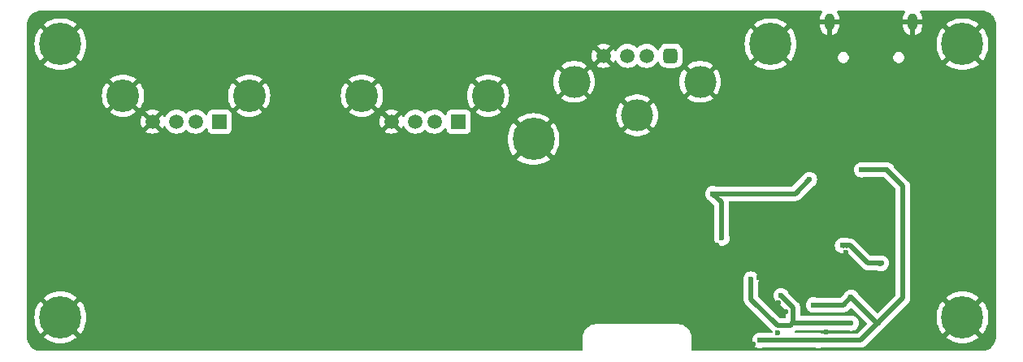
<source format=gbr>
%TF.GenerationSoftware,KiCad,Pcbnew,8.0.4*%
%TF.CreationDate,2025-06-24T22:11:05-05:00*%
%TF.ProjectId,numlocked_HUB,6e756d6c-6f63-46b6-9564-5f4855422e6b,rev?*%
%TF.SameCoordinates,Original*%
%TF.FileFunction,Copper,L4,Bot*%
%TF.FilePolarity,Positive*%
%FSLAX46Y46*%
G04 Gerber Fmt 4.6, Leading zero omitted, Abs format (unit mm)*
G04 Created by KiCad (PCBNEW 8.0.4) date 2025-06-24 22:11:05*
%MOMM*%
%LPD*%
G01*
G04 APERTURE LIST*
G04 Aperture macros list*
%AMRoundRect*
0 Rectangle with rounded corners*
0 $1 Rounding radius*
0 $2 $3 $4 $5 $6 $7 $8 $9 X,Y pos of 4 corners*
0 Add a 4 corners polygon primitive as box body*
4,1,4,$2,$3,$4,$5,$6,$7,$8,$9,$2,$3,0*
0 Add four circle primitives for the rounded corners*
1,1,$1+$1,$2,$3*
1,1,$1+$1,$4,$5*
1,1,$1+$1,$6,$7*
1,1,$1+$1,$8,$9*
0 Add four rect primitives between the rounded corners*
20,1,$1+$1,$2,$3,$4,$5,0*
20,1,$1+$1,$4,$5,$6,$7,0*
20,1,$1+$1,$6,$7,$8,$9,0*
20,1,$1+$1,$8,$9,$2,$3,0*%
G04 Aperture macros list end*
%TA.AperFunction,ComponentPad*%
%ADD10C,4.400000*%
%TD*%
%TA.AperFunction,ComponentPad*%
%ADD11O,1.000000X2.100000*%
%TD*%
%TA.AperFunction,ComponentPad*%
%ADD12O,1.000000X1.800000*%
%TD*%
%TA.AperFunction,ComponentPad*%
%ADD13R,1.508000X1.508000*%
%TD*%
%TA.AperFunction,ComponentPad*%
%ADD14C,1.508000*%
%TD*%
%TA.AperFunction,ComponentPad*%
%ADD15C,3.396000*%
%TD*%
%TA.AperFunction,ComponentPad*%
%ADD16RoundRect,0.377000X0.377000X0.377000X-0.377000X0.377000X-0.377000X-0.377000X0.377000X-0.377000X0*%
%TD*%
%TA.AperFunction,ComponentPad*%
%ADD17C,3.340000*%
%TD*%
%TA.AperFunction,ViaPad*%
%ADD18C,0.700000*%
%TD*%
%TA.AperFunction,ViaPad*%
%ADD19C,0.600000*%
%TD*%
%TA.AperFunction,Conductor*%
%ADD20C,0.500000*%
%TD*%
G04 APERTURE END LIST*
D10*
%TO.P,H3,1,1*%
%TO.N,GND*%
X92000000Y-42500000D03*
%TD*%
%TO.P,H6,1,1*%
%TO.N,GND*%
X92000000Y-71000000D03*
%TD*%
D11*
%TO.P,J1,SH1,SHELL_GND*%
%TO.N,GND*%
X180797500Y-44380000D03*
%TO.P,J1,SH2,SHELL_GND__1*%
X172157500Y-44380000D03*
D12*
%TO.P,J1,SH3,SHELL_GND__2*%
X180797500Y-40200000D03*
%TO.P,J1,SH4,SHELL_GND__3*%
X172157500Y-40200000D03*
%TD*%
D13*
%TO.P,J3,1,VCC*%
%TO.N,+5V*%
X133500000Y-50570000D03*
D14*
%TO.P,J3,2,D-*%
%TO.N,/USB_DOWN2_N*%
X131000000Y-50570000D03*
%TO.P,J3,3,D+*%
%TO.N,/USB_DOWN2_P*%
X129000000Y-50570000D03*
%TO.P,J3,4,GND*%
%TO.N,GND*%
X126500000Y-50570000D03*
D15*
%TO.P,J3,S1,SHIELD*%
X136570000Y-47860000D03*
%TO.P,J3,S2,SHIELD__1*%
X123430000Y-47860000D03*
%TD*%
D10*
%TO.P,H4,1,1*%
%TO.N,GND*%
X186000000Y-71000000D03*
%TD*%
D13*
%TO.P,J4,1,VCC*%
%TO.N,+5V*%
X108600000Y-50570000D03*
D14*
%TO.P,J4,2,D-*%
%TO.N,/USB_DOWN3_N*%
X106100000Y-50570000D03*
%TO.P,J4,3,D+*%
%TO.N,/USB_DOWN3_P*%
X104100000Y-50570000D03*
%TO.P,J4,4,GND*%
%TO.N,GND*%
X101600000Y-50570000D03*
D15*
%TO.P,J4,S1,SHIELD*%
X111670000Y-47860000D03*
%TO.P,J4,S2,SHIELD__1*%
X98530000Y-47860000D03*
%TD*%
D10*
%TO.P,H1,1,1*%
%TO.N,GND*%
X186000000Y-42500000D03*
%TD*%
%TO.P,H2,1,1*%
%TO.N,GND*%
X141300000Y-52400000D03*
%TD*%
%TO.P,H2,1,1*%
%TO.N,GND*%
X166000000Y-42500000D03*
%TD*%
D16*
%TO.P,J2,1,VCC*%
%TO.N,+5V*%
X155600000Y-43705000D03*
D14*
%TO.P,J2,2,D-*%
%TO.N,/USB_DOWN1_N*%
X153100000Y-43705000D03*
%TO.P,J2,3,D+*%
%TO.N,/USB_DOWN1_P*%
X151100000Y-43705000D03*
%TO.P,J2,4,GND*%
%TO.N,GND*%
X148600000Y-43705000D03*
D17*
%TO.P,J2,S1,SHIELD*%
X158670000Y-46415000D03*
%TO.P,J2,S2,SHIELD__1*%
X152100000Y-49915000D03*
%TO.P,J2,S3,SHIELD__2*%
X145530000Y-46415000D03*
%TD*%
D18*
%TO.N,GND*%
X117750000Y-57950000D03*
X166800000Y-61500000D03*
X161000000Y-55600000D03*
X92200000Y-59700000D03*
X119650000Y-57950000D03*
X175400000Y-66100000D03*
X92200000Y-55900000D03*
D19*
X178500000Y-49500000D03*
X186000000Y-60800000D03*
X171100000Y-67500000D03*
D18*
X175200000Y-62600000D03*
X103600000Y-43900000D03*
D19*
X171800000Y-72500000D03*
X150500000Y-68000000D03*
D18*
X166800000Y-63900000D03*
X162550000Y-55650000D03*
D19*
X186200000Y-55900000D03*
X186100000Y-65700000D03*
X149500000Y-66900000D03*
X164224008Y-73827830D03*
D18*
X162200000Y-48790000D03*
X165600000Y-62700000D03*
X126500000Y-48300000D03*
X168000000Y-62700000D03*
X165400000Y-53400000D03*
D19*
X183600000Y-60800000D03*
D18*
X92200000Y-57800000D03*
X168000000Y-61500000D03*
X159700000Y-59700000D03*
D19*
X163800000Y-55700000D03*
D18*
X169100000Y-55300000D03*
D19*
X175260000Y-57340000D03*
X163800000Y-65500000D03*
D18*
X165600000Y-63900000D03*
X171200000Y-55300000D03*
D19*
X166800011Y-69499989D03*
D18*
X105500000Y-43900000D03*
D19*
X167570487Y-70365000D03*
D18*
X101700000Y-43900000D03*
D19*
X164762767Y-66866989D03*
D18*
X170600000Y-48200000D03*
X115850000Y-57950000D03*
X126500000Y-52500000D03*
X163550000Y-47900000D03*
X161000000Y-49490000D03*
D19*
X166700000Y-72640274D03*
D18*
X128400000Y-48300000D03*
D19*
X175200000Y-60800000D03*
X181125000Y-49100000D03*
D18*
X101600000Y-52300000D03*
D19*
X175300000Y-59100000D03*
D18*
X165600000Y-61500000D03*
D19*
X173819879Y-64240783D03*
X160392909Y-63481418D03*
X150500000Y-65600000D03*
D18*
X130300000Y-48300000D03*
X168000000Y-63900000D03*
D19*
%TO.N,+5V*%
X178100000Y-55600000D03*
X171000000Y-73400000D03*
X175500000Y-55600000D03*
X170500000Y-69700000D03*
X164900000Y-73400000D03*
X174400000Y-68900000D03*
%TO.N,+3V3*%
X174400000Y-71600000D03*
X160925000Y-62730386D03*
X166973629Y-71840271D03*
X177550000Y-65350000D03*
X167100640Y-68724509D03*
X173500000Y-63500000D03*
X163973900Y-67000000D03*
X170052781Y-56608819D03*
X160000000Y-58100000D03*
%TD*%
D20*
%TO.N,+5V*%
X179800000Y-57300000D02*
X179800000Y-69000000D01*
X175400000Y-73400000D02*
X171000000Y-73400000D01*
X179800000Y-69000000D02*
X177685000Y-71115000D01*
X170500000Y-69700000D02*
X173600000Y-69700000D01*
X175500000Y-55600000D02*
X178100000Y-55600000D01*
X177685000Y-71115000D02*
X177150000Y-71650000D01*
X177685000Y-71115000D02*
X175400000Y-73400000D01*
X170990274Y-73390274D02*
X171000000Y-73400000D01*
X173600000Y-69700000D02*
X174400000Y-68900000D01*
X177150000Y-71650000D02*
X174400000Y-68900000D01*
X178100000Y-55600000D02*
X179800000Y-57300000D01*
X164900000Y-73400000D02*
X164909726Y-73390274D01*
X164909726Y-73390274D02*
X170990274Y-73390274D01*
%TO.N,+3V3*%
X167013900Y-71800000D02*
X168100000Y-71800000D01*
X166700000Y-71840271D02*
X163973900Y-69114171D01*
X174400000Y-71600000D02*
X168300000Y-71600000D01*
X177550000Y-65350000D02*
X176150000Y-65350000D01*
X166973629Y-71840271D02*
X166700000Y-71840271D01*
X168561600Y-58100000D02*
X170052781Y-56608819D01*
X168100000Y-71800000D02*
X168300000Y-71600000D01*
X173509217Y-63490783D02*
X173500000Y-63500000D01*
X168320487Y-69944356D02*
X167100640Y-68724509D01*
X168320487Y-71579513D02*
X168300000Y-71600000D01*
X160925000Y-62730386D02*
X160900000Y-62705386D01*
X163973900Y-69114171D02*
X163973900Y-67000000D01*
X160900000Y-62705386D02*
X160900000Y-59000000D01*
X166973629Y-71840271D02*
X167013900Y-71800000D01*
X174290783Y-63490783D02*
X173509217Y-63490783D01*
X168320487Y-69944356D02*
X168320487Y-71579513D01*
X160900000Y-59000000D02*
X160000000Y-58100000D01*
X176150000Y-65350000D02*
X174290783Y-63490783D01*
X160000000Y-58100000D02*
X168561600Y-58100000D01*
%TD*%
%TA.AperFunction,Conductor*%
%TO.N,GND*%
G36*
X171324070Y-39020185D02*
G01*
X171369825Y-39072989D01*
X171379769Y-39142147D01*
X171360133Y-39193391D01*
X171271314Y-39326316D01*
X171271307Y-39326328D01*
X171195930Y-39508306D01*
X171195927Y-39508318D01*
X171157500Y-39701504D01*
X171157500Y-39950000D01*
X171857500Y-39950000D01*
X171857500Y-40450000D01*
X171157500Y-40450000D01*
X171157500Y-40698495D01*
X171195927Y-40891681D01*
X171195930Y-40891693D01*
X171271307Y-41073671D01*
X171271314Y-41073684D01*
X171380748Y-41237462D01*
X171380751Y-41237466D01*
X171520033Y-41376748D01*
X171520037Y-41376751D01*
X171683815Y-41486185D01*
X171683828Y-41486192D01*
X171865808Y-41561569D01*
X171907500Y-41569862D01*
X171907500Y-40766988D01*
X171917440Y-40784205D01*
X171973295Y-40840060D01*
X172041704Y-40879556D01*
X172118004Y-40900000D01*
X172196996Y-40900000D01*
X172273296Y-40879556D01*
X172341705Y-40840060D01*
X172397560Y-40784205D01*
X172407500Y-40766988D01*
X172407500Y-41569862D01*
X172449190Y-41561569D01*
X172449192Y-41561569D01*
X172631171Y-41486192D01*
X172631184Y-41486185D01*
X172794962Y-41376751D01*
X172794966Y-41376748D01*
X172934248Y-41237466D01*
X172934251Y-41237462D01*
X173043685Y-41073684D01*
X173043692Y-41073671D01*
X173119069Y-40891693D01*
X173119072Y-40891681D01*
X173157499Y-40698495D01*
X173157500Y-40698492D01*
X173157500Y-40450000D01*
X172457500Y-40450000D01*
X172457500Y-39950000D01*
X173157500Y-39950000D01*
X173157500Y-39701508D01*
X173157499Y-39701504D01*
X173119072Y-39508318D01*
X173119069Y-39508306D01*
X173043692Y-39326328D01*
X173043685Y-39326316D01*
X172954867Y-39193391D01*
X172933989Y-39126714D01*
X172952473Y-39059334D01*
X173004452Y-39012643D01*
X173057969Y-39000500D01*
X179897031Y-39000500D01*
X179964070Y-39020185D01*
X180009825Y-39072989D01*
X180019769Y-39142147D01*
X180000133Y-39193391D01*
X179911314Y-39326316D01*
X179911307Y-39326328D01*
X179835930Y-39508306D01*
X179835927Y-39508318D01*
X179797500Y-39701504D01*
X179797500Y-39950000D01*
X180497500Y-39950000D01*
X180497500Y-40450000D01*
X179797500Y-40450000D01*
X179797500Y-40698495D01*
X179835927Y-40891681D01*
X179835930Y-40891693D01*
X179911307Y-41073671D01*
X179911314Y-41073684D01*
X180020748Y-41237462D01*
X180020751Y-41237466D01*
X180160033Y-41376748D01*
X180160037Y-41376751D01*
X180323815Y-41486185D01*
X180323828Y-41486192D01*
X180505808Y-41561569D01*
X180547500Y-41569862D01*
X180547500Y-40766988D01*
X180557440Y-40784205D01*
X180613295Y-40840060D01*
X180681704Y-40879556D01*
X180758004Y-40900000D01*
X180836996Y-40900000D01*
X180913296Y-40879556D01*
X180981705Y-40840060D01*
X181037560Y-40784205D01*
X181047500Y-40766988D01*
X181047500Y-41569862D01*
X181089190Y-41561569D01*
X181089192Y-41561569D01*
X181271171Y-41486192D01*
X181271184Y-41486185D01*
X181434962Y-41376751D01*
X181434966Y-41376748D01*
X181574248Y-41237466D01*
X181574251Y-41237462D01*
X181683685Y-41073684D01*
X181683692Y-41073671D01*
X181759069Y-40891693D01*
X181759072Y-40891681D01*
X181797499Y-40698495D01*
X181797500Y-40698492D01*
X181797500Y-40450000D01*
X181097500Y-40450000D01*
X181097500Y-39950000D01*
X181797500Y-39950000D01*
X181797500Y-39701508D01*
X181797499Y-39701504D01*
X181759072Y-39508318D01*
X181759069Y-39508306D01*
X181683692Y-39326328D01*
X181683685Y-39326316D01*
X181594867Y-39193391D01*
X181573989Y-39126714D01*
X181592473Y-39059334D01*
X181644452Y-39012643D01*
X181697969Y-39000500D01*
X187934108Y-39000500D01*
X187995572Y-39000500D01*
X188004418Y-39000816D01*
X188204561Y-39015130D01*
X188222063Y-39017647D01*
X188413797Y-39059355D01*
X188430755Y-39064334D01*
X188598000Y-39126714D01*
X188614609Y-39132909D01*
X188630701Y-39140259D01*
X188802904Y-39234288D01*
X188817784Y-39243849D01*
X188974867Y-39361441D01*
X188988237Y-39373027D01*
X189126972Y-39511762D01*
X189138558Y-39525132D01*
X189256146Y-39682210D01*
X189265711Y-39697095D01*
X189359740Y-39869298D01*
X189367090Y-39885390D01*
X189435662Y-40069236D01*
X189440646Y-40086212D01*
X189482351Y-40277931D01*
X189484869Y-40295442D01*
X189499184Y-40495580D01*
X189499500Y-40504427D01*
X189499500Y-72995572D01*
X189499184Y-73004419D01*
X189484869Y-73204557D01*
X189482351Y-73222068D01*
X189440646Y-73413787D01*
X189435662Y-73430763D01*
X189367090Y-73614609D01*
X189359740Y-73630701D01*
X189265711Y-73802904D01*
X189256146Y-73817789D01*
X189138558Y-73974867D01*
X189126972Y-73988237D01*
X188988237Y-74126972D01*
X188974867Y-74138558D01*
X188817789Y-74256146D01*
X188802904Y-74265711D01*
X188630701Y-74359740D01*
X188614609Y-74367090D01*
X188430763Y-74435662D01*
X188413787Y-74440646D01*
X188222068Y-74482351D01*
X188204557Y-74484869D01*
X188023779Y-74497799D01*
X188004417Y-74499184D01*
X187995572Y-74499500D01*
X157924500Y-74499500D01*
X157857461Y-74479815D01*
X157811706Y-74427011D01*
X157800500Y-74375500D01*
X157800500Y-73092683D01*
X157800500Y-73092682D01*
X157769954Y-72880231D01*
X157709484Y-72674290D01*
X157709483Y-72674288D01*
X157709482Y-72674284D01*
X157620327Y-72479061D01*
X157620320Y-72479048D01*
X157560116Y-72385369D01*
X157504281Y-72298487D01*
X157444776Y-72229815D01*
X157363724Y-72136275D01*
X157201514Y-71995720D01*
X157201513Y-71995719D01*
X157116063Y-71940804D01*
X157020951Y-71879679D01*
X157020938Y-71879672D01*
X156825715Y-71790517D01*
X156619774Y-71730047D01*
X156619764Y-71730044D01*
X156428754Y-71702582D01*
X156407318Y-71699500D01*
X156365892Y-71699500D01*
X147965892Y-71699500D01*
X147900000Y-71699500D01*
X147792682Y-71699500D01*
X147580235Y-71730044D01*
X147580225Y-71730047D01*
X147374284Y-71790517D01*
X147179061Y-71879672D01*
X147179048Y-71879679D01*
X146998485Y-71995720D01*
X146836275Y-72136275D01*
X146695720Y-72298485D01*
X146579679Y-72479048D01*
X146579672Y-72479061D01*
X146490517Y-72674284D01*
X146430047Y-72880225D01*
X146430044Y-72880235D01*
X146399500Y-73092682D01*
X146399500Y-74375500D01*
X146379815Y-74442539D01*
X146327011Y-74488294D01*
X146275500Y-74499500D01*
X90004428Y-74499500D01*
X89995582Y-74499184D01*
X89973622Y-74497613D01*
X89795442Y-74484869D01*
X89777931Y-74482351D01*
X89586212Y-74440646D01*
X89569236Y-74435662D01*
X89385390Y-74367090D01*
X89369298Y-74359740D01*
X89197095Y-74265711D01*
X89182210Y-74256146D01*
X89025132Y-74138558D01*
X89011762Y-74126972D01*
X88873027Y-73988237D01*
X88861441Y-73974867D01*
X88743849Y-73817784D01*
X88734288Y-73802904D01*
X88640259Y-73630701D01*
X88632909Y-73614609D01*
X88564334Y-73430755D01*
X88559355Y-73413797D01*
X88517647Y-73222063D01*
X88515130Y-73204556D01*
X88514804Y-73200000D01*
X88500816Y-73004418D01*
X88500500Y-72995572D01*
X88500500Y-71000000D01*
X89295065Y-71000000D01*
X89314786Y-71326038D01*
X89373667Y-71647341D01*
X89470835Y-71959164D01*
X89470839Y-71959175D01*
X89604897Y-72257041D01*
X89604898Y-72257043D01*
X89773881Y-72536576D01*
X89921476Y-72724968D01*
X91063708Y-71582736D01*
X91160967Y-71716602D01*
X91283398Y-71839033D01*
X91417262Y-71936290D01*
X90275030Y-73078522D01*
X90275030Y-73078523D01*
X90463423Y-73226118D01*
X90742956Y-73395101D01*
X90742958Y-73395102D01*
X91040824Y-73529160D01*
X91040835Y-73529164D01*
X91352658Y-73626332D01*
X91673961Y-73685213D01*
X92000000Y-73704934D01*
X92326038Y-73685213D01*
X92647341Y-73626332D01*
X92959164Y-73529164D01*
X92959175Y-73529160D01*
X93257041Y-73395102D01*
X93257043Y-73395101D01*
X93536586Y-73226112D01*
X93724968Y-73078523D01*
X93724968Y-73078522D01*
X92582737Y-71936290D01*
X92716602Y-71839033D01*
X92839033Y-71716602D01*
X92936290Y-71582737D01*
X94078522Y-72724968D01*
X94078523Y-72724968D01*
X94226112Y-72536586D01*
X94395101Y-72257043D01*
X94395102Y-72257041D01*
X94529160Y-71959175D01*
X94529164Y-71959164D01*
X94626332Y-71647341D01*
X94685213Y-71326038D01*
X94704934Y-71000000D01*
X94685213Y-70673961D01*
X94626332Y-70352658D01*
X94529164Y-70040835D01*
X94529160Y-70040824D01*
X94395102Y-69742958D01*
X94395101Y-69742956D01*
X94226118Y-69463423D01*
X94078522Y-69275030D01*
X92936290Y-70417262D01*
X92839033Y-70283398D01*
X92716602Y-70160967D01*
X92582736Y-70063709D01*
X93724968Y-68921476D01*
X93536576Y-68773881D01*
X93257043Y-68604898D01*
X93257041Y-68604897D01*
X92959175Y-68470839D01*
X92959164Y-68470835D01*
X92647341Y-68373667D01*
X92326038Y-68314786D01*
X92000000Y-68295065D01*
X91673961Y-68314786D01*
X91352658Y-68373667D01*
X91040835Y-68470835D01*
X91040824Y-68470839D01*
X90742958Y-68604897D01*
X90742956Y-68604898D01*
X90463422Y-68773881D01*
X90463416Y-68773886D01*
X90275030Y-68921474D01*
X90275029Y-68921476D01*
X91417262Y-70063709D01*
X91283398Y-70160967D01*
X91160967Y-70283398D01*
X91063709Y-70417262D01*
X89921476Y-69275029D01*
X89921474Y-69275030D01*
X89773886Y-69463416D01*
X89773881Y-69463422D01*
X89604898Y-69742956D01*
X89604897Y-69742958D01*
X89470839Y-70040824D01*
X89470835Y-70040835D01*
X89373667Y-70352658D01*
X89314786Y-70673961D01*
X89295065Y-71000000D01*
X88500500Y-71000000D01*
X88500500Y-66999996D01*
X163168335Y-66999996D01*
X163168335Y-67000003D01*
X163188530Y-67179249D01*
X163188531Y-67179254D01*
X163216442Y-67259017D01*
X163223400Y-67299972D01*
X163223400Y-69188089D01*
X163223400Y-69188091D01*
X163223399Y-69188091D01*
X163252240Y-69333078D01*
X163252243Y-69333088D01*
X163308813Y-69469661D01*
X163308814Y-69469662D01*
X163308816Y-69469666D01*
X163314664Y-69478418D01*
X163316447Y-69481086D01*
X163316448Y-69481089D01*
X163390946Y-69592585D01*
X163390952Y-69592592D01*
X166117049Y-72318687D01*
X166177454Y-72379092D01*
X166225892Y-72427530D01*
X166224019Y-72429402D01*
X166256896Y-72477668D01*
X166258765Y-72547513D01*
X166222577Y-72607280D01*
X166159821Y-72637996D01*
X166138896Y-72639774D01*
X165172176Y-72639774D01*
X165131221Y-72632815D01*
X165079262Y-72614633D01*
X165079249Y-72614630D01*
X164900004Y-72594435D01*
X164899996Y-72594435D01*
X164720750Y-72614630D01*
X164720745Y-72614631D01*
X164550476Y-72674211D01*
X164397737Y-72770184D01*
X164270184Y-72897737D01*
X164174211Y-73050476D01*
X164114631Y-73220745D01*
X164114630Y-73220750D01*
X164094435Y-73399996D01*
X164094435Y-73400003D01*
X164114630Y-73579249D01*
X164114631Y-73579254D01*
X164174211Y-73749523D01*
X164207753Y-73802904D01*
X164270184Y-73902262D01*
X164397738Y-74029816D01*
X164488080Y-74086582D01*
X164543903Y-74121658D01*
X164550478Y-74125789D01*
X164621098Y-74150500D01*
X164720745Y-74185368D01*
X164720750Y-74185369D01*
X164899996Y-74205565D01*
X164900000Y-74205565D01*
X164900004Y-74205565D01*
X165079246Y-74185369D01*
X165079245Y-74185369D01*
X165079255Y-74185368D01*
X165186809Y-74147732D01*
X165227764Y-74140774D01*
X170672236Y-74140774D01*
X170713190Y-74147732D01*
X170820745Y-74185368D01*
X170820751Y-74185368D01*
X170820753Y-74185369D01*
X170999996Y-74205565D01*
X171000000Y-74205565D01*
X171000004Y-74205565D01*
X171179249Y-74185369D01*
X171179252Y-74185368D01*
X171179255Y-74185368D01*
X171259017Y-74157457D01*
X171299972Y-74150500D01*
X175473920Y-74150500D01*
X175592198Y-74126972D01*
X175618913Y-74121658D01*
X175755495Y-74065084D01*
X175810826Y-74028113D01*
X175878416Y-73982952D01*
X178267952Y-71593416D01*
X178267952Y-71593415D01*
X178861367Y-71000000D01*
X183295065Y-71000000D01*
X183314786Y-71326038D01*
X183373667Y-71647341D01*
X183470835Y-71959164D01*
X183470839Y-71959175D01*
X183604897Y-72257041D01*
X183604898Y-72257043D01*
X183773881Y-72536576D01*
X183921476Y-72724968D01*
X185063708Y-71582736D01*
X185160967Y-71716602D01*
X185283398Y-71839033D01*
X185417262Y-71936290D01*
X184275030Y-73078522D01*
X184275030Y-73078523D01*
X184463423Y-73226118D01*
X184742956Y-73395101D01*
X184742958Y-73395102D01*
X185040824Y-73529160D01*
X185040835Y-73529164D01*
X185352658Y-73626332D01*
X185673961Y-73685213D01*
X186000000Y-73704934D01*
X186326038Y-73685213D01*
X186647341Y-73626332D01*
X186959164Y-73529164D01*
X186959175Y-73529160D01*
X187257041Y-73395102D01*
X187257043Y-73395101D01*
X187536586Y-73226112D01*
X187724968Y-73078523D01*
X187724968Y-73078522D01*
X186582737Y-71936290D01*
X186716602Y-71839033D01*
X186839033Y-71716602D01*
X186936290Y-71582737D01*
X188078522Y-72724968D01*
X188078523Y-72724968D01*
X188226112Y-72536586D01*
X188395101Y-72257043D01*
X188395102Y-72257041D01*
X188529160Y-71959175D01*
X188529164Y-71959164D01*
X188626332Y-71647341D01*
X188685213Y-71326038D01*
X188704934Y-71000000D01*
X188685213Y-70673961D01*
X188626332Y-70352658D01*
X188529164Y-70040835D01*
X188529160Y-70040824D01*
X188395102Y-69742958D01*
X188395101Y-69742956D01*
X188226118Y-69463423D01*
X188078522Y-69275030D01*
X186936290Y-70417262D01*
X186839033Y-70283398D01*
X186716602Y-70160967D01*
X186582736Y-70063709D01*
X187724968Y-68921476D01*
X187536576Y-68773881D01*
X187257043Y-68604898D01*
X187257041Y-68604897D01*
X186959175Y-68470839D01*
X186959164Y-68470835D01*
X186647341Y-68373667D01*
X186326038Y-68314786D01*
X186000000Y-68295065D01*
X185673961Y-68314786D01*
X185352658Y-68373667D01*
X185040835Y-68470835D01*
X185040824Y-68470839D01*
X184742958Y-68604897D01*
X184742956Y-68604898D01*
X184463422Y-68773881D01*
X184463416Y-68773886D01*
X184275030Y-68921474D01*
X184275029Y-68921476D01*
X185417262Y-70063709D01*
X185283398Y-70160967D01*
X185160967Y-70283398D01*
X185063709Y-70417262D01*
X183921476Y-69275029D01*
X183921474Y-69275030D01*
X183773886Y-69463416D01*
X183773881Y-69463422D01*
X183604898Y-69742956D01*
X183604897Y-69742958D01*
X183470839Y-70040824D01*
X183470835Y-70040835D01*
X183373667Y-70352658D01*
X183314786Y-70673961D01*
X183295065Y-71000000D01*
X178861367Y-71000000D01*
X180382952Y-69478415D01*
X180438369Y-69395477D01*
X180465084Y-69355495D01*
X180496657Y-69279272D01*
X180521659Y-69218912D01*
X180547837Y-69087304D01*
X180550500Y-69073918D01*
X180550500Y-57226082D01*
X180550500Y-57226079D01*
X180521659Y-57081092D01*
X180521658Y-57081091D01*
X180521658Y-57081087D01*
X180521656Y-57081082D01*
X180465086Y-56944509D01*
X180465085Y-56944507D01*
X180432186Y-56895270D01*
X180432185Y-56895268D01*
X180382956Y-56821589D01*
X180382952Y-56821584D01*
X178853307Y-55291939D01*
X178830653Y-55255869D01*
X178828813Y-55256756D01*
X178825792Y-55250484D01*
X178825789Y-55250480D01*
X178825789Y-55250478D01*
X178729816Y-55097738D01*
X178602262Y-54970184D01*
X178449523Y-54874211D01*
X178279254Y-54814631D01*
X178279249Y-54814630D01*
X178100004Y-54794435D01*
X178099996Y-54794435D01*
X177920750Y-54814630D01*
X177920745Y-54814631D01*
X177840983Y-54842542D01*
X177800028Y-54849500D01*
X175799972Y-54849500D01*
X175759017Y-54842542D01*
X175679254Y-54814631D01*
X175679249Y-54814630D01*
X175500004Y-54794435D01*
X175499996Y-54794435D01*
X175320750Y-54814630D01*
X175320745Y-54814631D01*
X175150476Y-54874211D01*
X174997737Y-54970184D01*
X174870184Y-55097737D01*
X174774211Y-55250476D01*
X174714631Y-55420745D01*
X174714630Y-55420750D01*
X174694435Y-55599996D01*
X174694435Y-55600003D01*
X174714630Y-55779249D01*
X174714631Y-55779254D01*
X174774211Y-55949523D01*
X174792735Y-55979003D01*
X174870184Y-56102262D01*
X174997738Y-56229816D01*
X175150478Y-56325789D01*
X175320745Y-56385368D01*
X175320750Y-56385369D01*
X175499996Y-56405565D01*
X175500000Y-56405565D01*
X175500004Y-56405565D01*
X175679249Y-56385369D01*
X175679252Y-56385368D01*
X175679255Y-56385368D01*
X175759017Y-56357457D01*
X175799972Y-56350500D01*
X177737770Y-56350500D01*
X177804809Y-56370185D01*
X177825451Y-56386819D01*
X179013181Y-57574549D01*
X179046666Y-57635872D01*
X179049500Y-57662230D01*
X179049500Y-68637769D01*
X179029815Y-68704808D01*
X179013181Y-68725450D01*
X177237680Y-70500950D01*
X177176357Y-70534435D01*
X177106665Y-70529451D01*
X177062318Y-70500950D01*
X176124265Y-69562897D01*
X175153305Y-68591937D01*
X175130656Y-68555864D01*
X175128812Y-68556753D01*
X175125792Y-68550483D01*
X175122510Y-68545259D01*
X175029816Y-68397738D01*
X174902262Y-68270184D01*
X174825971Y-68222247D01*
X174749523Y-68174211D01*
X174579254Y-68114631D01*
X174579249Y-68114630D01*
X174400004Y-68094435D01*
X174399996Y-68094435D01*
X174220750Y-68114630D01*
X174220745Y-68114631D01*
X174050476Y-68174211D01*
X173897737Y-68270184D01*
X173770184Y-68397737D01*
X173674211Y-68550478D01*
X173671188Y-68556756D01*
X173669362Y-68555876D01*
X173646693Y-68591937D01*
X173325449Y-68913182D01*
X173264128Y-68946666D01*
X173237770Y-68949500D01*
X170799972Y-68949500D01*
X170759017Y-68942542D01*
X170679254Y-68914631D01*
X170679249Y-68914630D01*
X170500004Y-68894435D01*
X170499996Y-68894435D01*
X170320750Y-68914630D01*
X170320745Y-68914631D01*
X170150476Y-68974211D01*
X169997737Y-69070184D01*
X169870184Y-69197737D01*
X169774211Y-69350476D01*
X169714631Y-69520745D01*
X169714630Y-69520750D01*
X169694435Y-69699996D01*
X169694435Y-69700003D01*
X169714630Y-69879249D01*
X169714631Y-69879254D01*
X169774211Y-70049523D01*
X169870184Y-70202262D01*
X169997738Y-70329816D01*
X170088080Y-70386582D01*
X170143903Y-70421658D01*
X170150478Y-70425789D01*
X170221098Y-70450500D01*
X170320745Y-70485368D01*
X170320750Y-70485369D01*
X170499996Y-70505565D01*
X170500000Y-70505565D01*
X170500004Y-70505565D01*
X170679249Y-70485369D01*
X170679252Y-70485368D01*
X170679255Y-70485368D01*
X170759017Y-70457457D01*
X170799972Y-70450500D01*
X173673920Y-70450500D01*
X173771462Y-70431096D01*
X173818913Y-70421658D01*
X173955495Y-70365084D01*
X174008277Y-70329816D01*
X174078416Y-70282952D01*
X174312320Y-70049046D01*
X174373641Y-70015563D01*
X174443333Y-70020547D01*
X174487681Y-70049048D01*
X176000951Y-71562318D01*
X176034436Y-71623641D01*
X176029452Y-71693333D01*
X176000951Y-71737680D01*
X175125451Y-72613181D01*
X175064128Y-72646666D01*
X175037770Y-72649500D01*
X174443043Y-72649500D01*
X174400101Y-72636890D01*
X174378351Y-72647640D01*
X174356957Y-72649500D01*
X171299972Y-72649500D01*
X171259017Y-72642542D01*
X171179254Y-72614631D01*
X171179249Y-72614630D01*
X171029160Y-72597720D01*
X171002633Y-72586573D01*
X170991892Y-72593477D01*
X170970840Y-72597720D01*
X170820750Y-72614630D01*
X170820737Y-72614633D01*
X170768779Y-72632815D01*
X170727824Y-72639774D01*
X168602826Y-72639774D01*
X168535787Y-72620089D01*
X168490032Y-72567285D01*
X168480088Y-72498127D01*
X168509113Y-72434571D01*
X168533932Y-72412673D01*
X168544572Y-72405565D01*
X168544572Y-72405564D01*
X168544574Y-72405564D01*
X168578409Y-72382957D01*
X168578411Y-72382955D01*
X168578416Y-72382952D01*
X168578420Y-72382947D01*
X168583119Y-72379092D01*
X168584846Y-72381196D01*
X168635872Y-72353334D01*
X168662230Y-72350500D01*
X170956957Y-72350500D01*
X170999898Y-72363109D01*
X171021649Y-72352360D01*
X171043043Y-72350500D01*
X174100028Y-72350500D01*
X174140982Y-72357457D01*
X174202809Y-72379092D01*
X174220745Y-72385368D01*
X174220750Y-72385369D01*
X174370840Y-72402280D01*
X174397366Y-72413426D01*
X174408108Y-72406523D01*
X174429160Y-72402280D01*
X174579249Y-72385369D01*
X174579252Y-72385368D01*
X174579255Y-72385368D01*
X174749522Y-72325789D01*
X174902262Y-72229816D01*
X175029816Y-72102262D01*
X175125789Y-71949522D01*
X175185368Y-71779255D01*
X175185369Y-71779249D01*
X175205565Y-71600003D01*
X175205565Y-71599996D01*
X175185369Y-71420750D01*
X175185368Y-71420745D01*
X175125789Y-71250478D01*
X175029816Y-71097738D01*
X174902262Y-70970184D01*
X174831148Y-70925500D01*
X174749523Y-70874211D01*
X174579254Y-70814631D01*
X174579249Y-70814630D01*
X174400004Y-70794435D01*
X174399996Y-70794435D01*
X174220750Y-70814630D01*
X174220745Y-70814631D01*
X174140983Y-70842542D01*
X174100028Y-70849500D01*
X169194987Y-70849500D01*
X169127948Y-70829815D01*
X169082193Y-70777011D01*
X169070987Y-70725500D01*
X169070987Y-69870435D01*
X169042146Y-69725448D01*
X169042145Y-69725447D01*
X169042145Y-69725443D01*
X169042143Y-69725438D01*
X168985574Y-69588867D01*
X168985567Y-69588854D01*
X168903439Y-69465941D01*
X168887796Y-69450298D01*
X168798903Y-69361405D01*
X167853948Y-68416449D01*
X167831283Y-68380379D01*
X167829452Y-68381262D01*
X167826432Y-68374992D01*
X167826428Y-68374985D01*
X167730456Y-68222247D01*
X167602902Y-68094693D01*
X167602491Y-68094435D01*
X167450163Y-67998720D01*
X167279894Y-67939140D01*
X167279889Y-67939139D01*
X167100644Y-67918944D01*
X167100636Y-67918944D01*
X166921390Y-67939139D01*
X166921385Y-67939140D01*
X166751116Y-67998720D01*
X166598377Y-68094693D01*
X166470824Y-68222246D01*
X166374851Y-68374985D01*
X166315271Y-68545254D01*
X166315270Y-68545259D01*
X166295075Y-68724505D01*
X166295075Y-68724512D01*
X166315270Y-68903758D01*
X166315271Y-68903763D01*
X166374851Y-69074032D01*
X166446518Y-69188089D01*
X166470824Y-69226771D01*
X166598378Y-69354325D01*
X166663871Y-69395477D01*
X166751123Y-69450301D01*
X166757393Y-69453321D01*
X166756510Y-69455152D01*
X166792580Y-69477817D01*
X167533668Y-70218904D01*
X167567153Y-70280227D01*
X167569987Y-70306585D01*
X167569987Y-70925500D01*
X167550302Y-70992539D01*
X167497498Y-71038294D01*
X167445987Y-71049500D01*
X167111891Y-71049500D01*
X167098009Y-71048720D01*
X167063110Y-71044788D01*
X166996654Y-71037300D01*
X166932240Y-71010233D01*
X166922857Y-71001761D01*
X164760719Y-68839622D01*
X164727234Y-68778299D01*
X164724400Y-68751941D01*
X164724400Y-67299972D01*
X164731358Y-67259017D01*
X164759268Y-67179254D01*
X164759269Y-67179249D01*
X164779465Y-67000003D01*
X164779465Y-66999996D01*
X164759269Y-66820750D01*
X164759268Y-66820745D01*
X164699688Y-66650476D01*
X164603715Y-66497737D01*
X164476162Y-66370184D01*
X164323423Y-66274211D01*
X164153154Y-66214631D01*
X164153149Y-66214630D01*
X163973904Y-66194435D01*
X163973896Y-66194435D01*
X163794650Y-66214630D01*
X163794645Y-66214631D01*
X163624376Y-66274211D01*
X163471637Y-66370184D01*
X163344084Y-66497737D01*
X163248111Y-66650476D01*
X163188531Y-66820745D01*
X163188530Y-66820750D01*
X163168335Y-66999996D01*
X88500500Y-66999996D01*
X88500500Y-58099996D01*
X159194435Y-58099996D01*
X159194435Y-58100003D01*
X159214630Y-58279249D01*
X159214631Y-58279254D01*
X159274211Y-58449523D01*
X159370184Y-58602262D01*
X159497738Y-58729816D01*
X159643904Y-58821658D01*
X159650483Y-58825792D01*
X159656753Y-58828812D01*
X159655870Y-58830643D01*
X159691940Y-58853308D01*
X160113181Y-59274548D01*
X160146666Y-59335871D01*
X160149500Y-59362229D01*
X160149500Y-62501860D01*
X160142542Y-62542813D01*
X160139631Y-62551131D01*
X160139631Y-62551132D01*
X160119435Y-62730382D01*
X160119435Y-62730389D01*
X160139630Y-62909635D01*
X160139631Y-62909640D01*
X160199211Y-63079909D01*
X160243552Y-63150476D01*
X160295184Y-63232648D01*
X160422738Y-63360202D01*
X160575478Y-63456175D01*
X160700711Y-63499996D01*
X160745745Y-63515754D01*
X160745750Y-63515755D01*
X160924996Y-63535951D01*
X160925000Y-63535951D01*
X160925004Y-63535951D01*
X161104249Y-63515755D01*
X161104252Y-63515754D01*
X161104255Y-63515754D01*
X161149289Y-63499996D01*
X172694435Y-63499996D01*
X172694435Y-63500003D01*
X172714630Y-63679249D01*
X172714631Y-63679254D01*
X172774211Y-63849523D01*
X172870184Y-64002262D01*
X172997738Y-64129816D01*
X173150478Y-64225789D01*
X173300806Y-64278391D01*
X173320745Y-64285368D01*
X173320750Y-64285369D01*
X173499997Y-64305565D01*
X173500000Y-64305565D01*
X173532158Y-64301940D01*
X173551520Y-64301282D01*
X173552636Y-64301331D01*
X173562611Y-64301772D01*
X173641561Y-64293956D01*
X173757913Y-64268328D01*
X173763085Y-64266528D01*
X173773696Y-64261362D01*
X173793014Y-64253882D01*
X173795100Y-64253269D01*
X173853422Y-64250459D01*
X173895771Y-64258583D01*
X173895778Y-64258583D01*
X173895780Y-64258584D01*
X173900229Y-64259001D01*
X173945830Y-64258882D01*
X174012918Y-64278391D01*
X174033832Y-64295200D01*
X175671586Y-65932954D01*
X175699639Y-65951697D01*
X175741723Y-65979816D01*
X175794505Y-66015084D01*
X175794507Y-66015085D01*
X175794511Y-66015087D01*
X175931082Y-66071656D01*
X175931087Y-66071658D01*
X175931091Y-66071658D01*
X175931092Y-66071659D01*
X176076079Y-66100500D01*
X176076082Y-66100500D01*
X176076083Y-66100500D01*
X176223917Y-66100500D01*
X176886637Y-66100500D01*
X176914409Y-66103650D01*
X176918749Y-66104648D01*
X177495391Y-66152701D01*
X177515718Y-66153983D01*
X177516651Y-66154023D01*
X177516652Y-66154022D01*
X177516653Y-66154023D01*
X177517297Y-66154003D01*
X177523264Y-66153821D01*
X177540927Y-66154542D01*
X177550000Y-66155565D01*
X177576085Y-66152625D01*
X177586164Y-66151906D01*
X177590640Y-66151770D01*
X177590648Y-66151767D01*
X177594758Y-66151195D01*
X177604572Y-66149415D01*
X177664614Y-66142650D01*
X177729249Y-66135369D01*
X177729252Y-66135368D01*
X177729255Y-66135368D01*
X177899522Y-66075789D01*
X178052262Y-65979816D01*
X178179816Y-65852262D01*
X178275789Y-65699522D01*
X178335368Y-65529255D01*
X178355565Y-65350000D01*
X178335368Y-65170745D01*
X178275789Y-65000478D01*
X178179816Y-64847738D01*
X178052262Y-64720184D01*
X177899523Y-64624211D01*
X177729254Y-64564631D01*
X177729249Y-64564630D01*
X177550004Y-64544435D01*
X177550002Y-64544435D01*
X177550000Y-64544435D01*
X177535285Y-64546092D01*
X177525080Y-64547242D01*
X177503817Y-64547800D01*
X177501190Y-64547644D01*
X177495393Y-64547298D01*
X177495392Y-64547298D01*
X177495391Y-64547298D01*
X177390545Y-64556035D01*
X176918727Y-64595353D01*
X176890283Y-64598667D01*
X176875937Y-64599500D01*
X176512230Y-64599500D01*
X176445191Y-64579815D01*
X176424549Y-64563181D01*
X174769204Y-62907835D01*
X174769197Y-62907829D01*
X174681998Y-62849565D01*
X174681899Y-62849500D01*
X174646278Y-62825699D01*
X174646277Y-62825698D01*
X174646275Y-62825697D01*
X174509700Y-62769126D01*
X174509690Y-62769123D01*
X174364703Y-62740283D01*
X174364701Y-62740283D01*
X174156134Y-62740283D01*
X174130180Y-62737536D01*
X174128659Y-62737210D01*
X174121652Y-62735710D01*
X174121641Y-62735709D01*
X173546836Y-62696519D01*
X173529875Y-62695648D01*
X173529262Y-62695627D01*
X173529141Y-62695623D01*
X173529140Y-62695623D01*
X173529139Y-62695623D01*
X173524022Y-62695800D01*
X173505860Y-62695095D01*
X173500000Y-62694435D01*
X173499999Y-62694435D01*
X173499998Y-62694435D01*
X173499997Y-62694435D01*
X173476625Y-62697067D01*
X173467052Y-62697771D01*
X173459365Y-62698037D01*
X173457487Y-62698303D01*
X173444060Y-62700737D01*
X173320750Y-62714630D01*
X173150478Y-62774210D01*
X172997737Y-62870184D01*
X172870184Y-62997737D01*
X172774211Y-63150476D01*
X172714631Y-63320745D01*
X172714630Y-63320750D01*
X172694435Y-63499996D01*
X161149289Y-63499996D01*
X161274522Y-63456175D01*
X161427262Y-63360202D01*
X161554816Y-63232648D01*
X161650789Y-63079908D01*
X161710368Y-62909641D01*
X161710369Y-62909635D01*
X161730565Y-62730389D01*
X161730565Y-62730382D01*
X161710369Y-62551136D01*
X161710366Y-62551123D01*
X161657459Y-62399924D01*
X161650500Y-62358969D01*
X161650500Y-58974500D01*
X161670185Y-58907461D01*
X161722989Y-58861706D01*
X161774500Y-58850500D01*
X168635520Y-58850500D01*
X168759730Y-58825792D01*
X168780513Y-58821658D01*
X168917095Y-58765084D01*
X168969877Y-58729816D01*
X169040016Y-58682952D01*
X170360840Y-57362125D01*
X170396913Y-57339476D01*
X170396025Y-57337632D01*
X170402296Y-57334611D01*
X170402297Y-57334609D01*
X170402303Y-57334608D01*
X170555043Y-57238635D01*
X170682597Y-57111081D01*
X170778570Y-56958341D01*
X170838149Y-56788074D01*
X170858346Y-56608819D01*
X170838149Y-56429564D01*
X170778570Y-56259297D01*
X170682597Y-56106557D01*
X170555043Y-55979003D01*
X170508126Y-55949523D01*
X170402304Y-55883030D01*
X170232035Y-55823450D01*
X170232030Y-55823449D01*
X170052785Y-55803254D01*
X170052777Y-55803254D01*
X169873531Y-55823449D01*
X169873526Y-55823450D01*
X169703257Y-55883030D01*
X169550518Y-55979003D01*
X169422965Y-56106556D01*
X169326989Y-56259302D01*
X169323967Y-56265577D01*
X169322142Y-56264697D01*
X169299473Y-56300758D01*
X168287051Y-57313181D01*
X168225728Y-57346666D01*
X168199370Y-57349500D01*
X160299972Y-57349500D01*
X160259017Y-57342542D01*
X160179254Y-57314631D01*
X160179249Y-57314630D01*
X160000004Y-57294435D01*
X159999996Y-57294435D01*
X159820750Y-57314630D01*
X159820745Y-57314631D01*
X159650476Y-57374211D01*
X159497737Y-57470184D01*
X159370184Y-57597737D01*
X159274211Y-57750476D01*
X159214631Y-57920745D01*
X159214630Y-57920750D01*
X159194435Y-58099996D01*
X88500500Y-58099996D01*
X88500500Y-52400000D01*
X138595065Y-52400000D01*
X138614786Y-52726038D01*
X138673667Y-53047341D01*
X138770835Y-53359164D01*
X138770839Y-53359175D01*
X138904897Y-53657041D01*
X138904898Y-53657043D01*
X139073881Y-53936576D01*
X139221476Y-54124968D01*
X140363708Y-52982736D01*
X140460967Y-53116602D01*
X140583398Y-53239033D01*
X140717262Y-53336290D01*
X139575030Y-54478522D01*
X139575030Y-54478523D01*
X139763423Y-54626118D01*
X140042956Y-54795101D01*
X140042958Y-54795102D01*
X140340824Y-54929160D01*
X140340835Y-54929164D01*
X140652658Y-55026332D01*
X140973961Y-55085213D01*
X141300000Y-55104934D01*
X141626038Y-55085213D01*
X141947341Y-55026332D01*
X142259164Y-54929164D01*
X142259175Y-54929160D01*
X142557041Y-54795102D01*
X142557043Y-54795101D01*
X142836586Y-54626112D01*
X143024968Y-54478523D01*
X143024968Y-54478522D01*
X141882737Y-53336290D01*
X142016602Y-53239033D01*
X142139033Y-53116602D01*
X142236290Y-52982736D01*
X143378522Y-54124968D01*
X143378523Y-54124968D01*
X143526112Y-53936586D01*
X143695101Y-53657043D01*
X143695102Y-53657041D01*
X143829160Y-53359175D01*
X143829164Y-53359164D01*
X143926332Y-53047341D01*
X143985213Y-52726038D01*
X144004934Y-52400000D01*
X143985213Y-52073961D01*
X143926332Y-51752658D01*
X143829164Y-51440835D01*
X143829160Y-51440824D01*
X143695102Y-51142958D01*
X143695101Y-51142956D01*
X143526118Y-50863423D01*
X143378522Y-50675030D01*
X142236290Y-51817261D01*
X142139033Y-51683398D01*
X142016602Y-51560967D01*
X141882736Y-51463709D01*
X143024968Y-50321476D01*
X142836576Y-50173881D01*
X142557043Y-50004898D01*
X142557041Y-50004897D01*
X142357297Y-49915000D01*
X149924929Y-49915000D01*
X149945187Y-50211172D01*
X149945188Y-50211174D01*
X150005583Y-50501812D01*
X150005588Y-50501831D01*
X150104999Y-50781549D01*
X150241577Y-51045133D01*
X150241581Y-51045139D01*
X150396639Y-51264805D01*
X150396640Y-51264806D01*
X151113593Y-50547852D01*
X151207574Y-50677204D01*
X151337796Y-50807426D01*
X151467146Y-50901405D01*
X150752439Y-51616111D01*
X150845682Y-51691970D01*
X151099327Y-51846214D01*
X151371611Y-51964483D01*
X151657462Y-52044575D01*
X151657469Y-52044576D01*
X151951567Y-52085000D01*
X152248433Y-52085000D01*
X152542530Y-52044576D01*
X152542537Y-52044575D01*
X152828388Y-51964483D01*
X153100672Y-51846214D01*
X153354314Y-51691972D01*
X153354329Y-51691962D01*
X153447558Y-51616111D01*
X152732852Y-50901405D01*
X152862204Y-50807426D01*
X152992426Y-50677204D01*
X153086405Y-50547852D01*
X153803358Y-51264805D01*
X153803359Y-51264805D01*
X153958422Y-51045132D01*
X154095000Y-50781549D01*
X154194411Y-50501831D01*
X154194416Y-50501812D01*
X154254811Y-50211174D01*
X154254812Y-50211172D01*
X154275070Y-49915000D01*
X154254812Y-49618827D01*
X154254811Y-49618825D01*
X154194416Y-49328187D01*
X154194411Y-49328168D01*
X154095000Y-49048450D01*
X153958422Y-48784867D01*
X153803358Y-48565193D01*
X153086405Y-49282146D01*
X152992426Y-49152796D01*
X152862204Y-49022574D01*
X152732852Y-48928594D01*
X153447559Y-48213887D01*
X153354326Y-48138037D01*
X153354313Y-48138027D01*
X153100672Y-47983785D01*
X152828388Y-47865516D01*
X152542537Y-47785424D01*
X152542530Y-47785423D01*
X152248433Y-47745000D01*
X151951567Y-47745000D01*
X151657469Y-47785423D01*
X151657462Y-47785424D01*
X151371611Y-47865516D01*
X151099327Y-47983785D01*
X150845681Y-48138031D01*
X150845668Y-48138039D01*
X150752439Y-48213886D01*
X150752439Y-48213887D01*
X151467147Y-48928594D01*
X151337796Y-49022574D01*
X151207574Y-49152796D01*
X151113594Y-49282146D01*
X150396640Y-48565192D01*
X150396639Y-48565192D01*
X150241581Y-48784860D01*
X150241577Y-48784866D01*
X150104999Y-49048450D01*
X150005588Y-49328168D01*
X150005583Y-49328187D01*
X149945188Y-49618825D01*
X149945187Y-49618827D01*
X149924929Y-49915000D01*
X142357297Y-49915000D01*
X142259175Y-49870839D01*
X142259164Y-49870835D01*
X141947341Y-49773667D01*
X141626038Y-49714786D01*
X141300000Y-49695065D01*
X140973961Y-49714786D01*
X140652658Y-49773667D01*
X140340835Y-49870835D01*
X140340824Y-49870839D01*
X140042958Y-50004897D01*
X140042956Y-50004898D01*
X139763422Y-50173881D01*
X139763416Y-50173886D01*
X139575030Y-50321474D01*
X139575029Y-50321476D01*
X140717262Y-51463709D01*
X140583398Y-51560967D01*
X140460967Y-51683398D01*
X140363709Y-51817262D01*
X139221476Y-50675029D01*
X139221474Y-50675030D01*
X139073886Y-50863416D01*
X139073881Y-50863422D01*
X138904898Y-51142956D01*
X138904897Y-51142958D01*
X138770839Y-51440824D01*
X138770835Y-51440835D01*
X138673667Y-51752658D01*
X138614786Y-52073961D01*
X138595065Y-52400000D01*
X88500500Y-52400000D01*
X88500500Y-50569999D01*
X100341210Y-50569999D01*
X100341210Y-50570000D01*
X100360333Y-50788582D01*
X100360335Y-50788592D01*
X100417121Y-51000524D01*
X100417125Y-51000533D01*
X100509854Y-51199392D01*
X100554003Y-51262443D01*
X101117037Y-50699409D01*
X101134075Y-50762993D01*
X101199901Y-50877007D01*
X101292993Y-50970099D01*
X101407007Y-51035925D01*
X101470590Y-51052962D01*
X100907555Y-51615996D01*
X100970601Y-51660142D01*
X100970605Y-51660144D01*
X101169466Y-51752874D01*
X101169475Y-51752878D01*
X101381407Y-51809664D01*
X101381417Y-51809666D01*
X101599999Y-51828790D01*
X101600001Y-51828790D01*
X101818582Y-51809666D01*
X101818592Y-51809664D01*
X102030524Y-51752878D01*
X102030533Y-51752874D01*
X102229392Y-51660145D01*
X102292443Y-51615995D01*
X101729410Y-51052962D01*
X101792993Y-51035925D01*
X101907007Y-50970099D01*
X102000099Y-50877007D01*
X102065925Y-50762993D01*
X102082962Y-50699409D01*
X102645995Y-51262442D01*
X102690146Y-51199390D01*
X102737342Y-51098179D01*
X102783514Y-51045739D01*
X102850707Y-51026587D01*
X102917589Y-51046802D01*
X102962106Y-51098178D01*
X103009421Y-51199646D01*
X103009423Y-51199650D01*
X103135322Y-51379452D01*
X103135327Y-51379458D01*
X103290541Y-51534672D01*
X103290547Y-51534677D01*
X103470349Y-51660576D01*
X103470351Y-51660577D01*
X103470354Y-51660579D01*
X103669297Y-51753347D01*
X103881326Y-51810161D01*
X104033510Y-51823475D01*
X104099998Y-51829292D01*
X104100000Y-51829292D01*
X104100002Y-51829292D01*
X104166490Y-51823475D01*
X104318674Y-51810161D01*
X104530703Y-51753347D01*
X104729646Y-51660579D01*
X104909457Y-51534674D01*
X105012319Y-51431812D01*
X105073642Y-51398327D01*
X105143334Y-51403311D01*
X105187681Y-51431812D01*
X105290541Y-51534672D01*
X105290547Y-51534677D01*
X105470349Y-51660576D01*
X105470351Y-51660577D01*
X105470354Y-51660579D01*
X105669297Y-51753347D01*
X105881326Y-51810161D01*
X106033510Y-51823475D01*
X106099998Y-51829292D01*
X106100000Y-51829292D01*
X106100002Y-51829292D01*
X106166490Y-51823475D01*
X106318674Y-51810161D01*
X106530703Y-51753347D01*
X106729646Y-51660579D01*
X106909457Y-51534674D01*
X107064674Y-51379457D01*
X107119926Y-51300547D01*
X107174501Y-51256924D01*
X107243999Y-51249730D01*
X107306354Y-51281252D01*
X107341769Y-51341481D01*
X107345120Y-51368573D01*
X107345146Y-51368571D01*
X107345146Y-51368573D01*
X107345324Y-51368564D01*
X107345479Y-51371473D01*
X107345500Y-51371637D01*
X107345500Y-51371852D01*
X107345501Y-51371876D01*
X107351908Y-51431483D01*
X107402202Y-51566328D01*
X107402206Y-51566335D01*
X107488452Y-51681544D01*
X107488455Y-51681547D01*
X107603664Y-51767793D01*
X107603671Y-51767797D01*
X107738517Y-51818091D01*
X107738516Y-51818091D01*
X107745444Y-51818835D01*
X107798127Y-51824500D01*
X109401872Y-51824499D01*
X109461483Y-51818091D01*
X109596331Y-51767796D01*
X109711546Y-51681546D01*
X109797796Y-51566331D01*
X109848091Y-51431483D01*
X109854500Y-51371873D01*
X109854499Y-50569999D01*
X125241210Y-50569999D01*
X125241210Y-50570000D01*
X125260333Y-50788582D01*
X125260335Y-50788592D01*
X125317121Y-51000524D01*
X125317125Y-51000533D01*
X125409854Y-51199392D01*
X125454003Y-51262443D01*
X126017037Y-50699409D01*
X126034075Y-50762993D01*
X126099901Y-50877007D01*
X126192993Y-50970099D01*
X126307007Y-51035925D01*
X126370590Y-51052962D01*
X125807555Y-51615996D01*
X125870601Y-51660142D01*
X125870605Y-51660144D01*
X126069466Y-51752874D01*
X126069475Y-51752878D01*
X126281407Y-51809664D01*
X126281417Y-51809666D01*
X126499999Y-51828790D01*
X126500001Y-51828790D01*
X126718582Y-51809666D01*
X126718592Y-51809664D01*
X126930524Y-51752878D01*
X126930533Y-51752874D01*
X127129392Y-51660145D01*
X127192443Y-51615995D01*
X126629410Y-51052962D01*
X126692993Y-51035925D01*
X126807007Y-50970099D01*
X126900099Y-50877007D01*
X126965925Y-50762993D01*
X126982962Y-50699409D01*
X127545995Y-51262442D01*
X127590146Y-51199390D01*
X127637342Y-51098179D01*
X127683514Y-51045739D01*
X127750707Y-51026587D01*
X127817589Y-51046802D01*
X127862106Y-51098178D01*
X127909421Y-51199646D01*
X127909423Y-51199650D01*
X128035322Y-51379452D01*
X128035327Y-51379458D01*
X128190541Y-51534672D01*
X128190547Y-51534677D01*
X128370349Y-51660576D01*
X128370351Y-51660577D01*
X128370354Y-51660579D01*
X128569297Y-51753347D01*
X128781326Y-51810161D01*
X128933510Y-51823475D01*
X128999998Y-51829292D01*
X129000000Y-51829292D01*
X129000002Y-51829292D01*
X129066490Y-51823475D01*
X129218674Y-51810161D01*
X129430703Y-51753347D01*
X129629646Y-51660579D01*
X129809457Y-51534674D01*
X129912319Y-51431812D01*
X129973642Y-51398327D01*
X130043334Y-51403311D01*
X130087681Y-51431812D01*
X130190541Y-51534672D01*
X130190547Y-51534677D01*
X130370349Y-51660576D01*
X130370351Y-51660577D01*
X130370354Y-51660579D01*
X130569297Y-51753347D01*
X130781326Y-51810161D01*
X130933510Y-51823475D01*
X130999998Y-51829292D01*
X131000000Y-51829292D01*
X131000002Y-51829292D01*
X131066490Y-51823475D01*
X131218674Y-51810161D01*
X131430703Y-51753347D01*
X131629646Y-51660579D01*
X131809457Y-51534674D01*
X131964674Y-51379457D01*
X132019926Y-51300547D01*
X132074501Y-51256924D01*
X132143999Y-51249730D01*
X132206354Y-51281252D01*
X132241769Y-51341481D01*
X132245120Y-51368573D01*
X132245146Y-51368571D01*
X132245146Y-51368573D01*
X132245324Y-51368564D01*
X132245479Y-51371473D01*
X132245500Y-51371637D01*
X132245500Y-51371852D01*
X132245501Y-51371876D01*
X132251908Y-51431483D01*
X132302202Y-51566328D01*
X132302206Y-51566335D01*
X132388452Y-51681544D01*
X132388455Y-51681547D01*
X132503664Y-51767793D01*
X132503671Y-51767797D01*
X132638517Y-51818091D01*
X132638516Y-51818091D01*
X132645444Y-51818835D01*
X132698127Y-51824500D01*
X134301872Y-51824499D01*
X134361483Y-51818091D01*
X134496331Y-51767796D01*
X134611546Y-51681546D01*
X134697796Y-51566331D01*
X134748091Y-51431483D01*
X134754500Y-51371873D01*
X134754499Y-49768128D01*
X134748091Y-49708517D01*
X134747968Y-49708188D01*
X134697797Y-49573671D01*
X134697793Y-49573664D01*
X134611547Y-49458455D01*
X134611544Y-49458452D01*
X134496335Y-49372206D01*
X134496328Y-49372202D01*
X134361482Y-49321908D01*
X134361483Y-49321908D01*
X134301883Y-49315501D01*
X134301881Y-49315500D01*
X134301873Y-49315500D01*
X134301864Y-49315500D01*
X132698129Y-49315500D01*
X132698123Y-49315501D01*
X132638516Y-49321908D01*
X132503671Y-49372202D01*
X132503664Y-49372206D01*
X132388455Y-49458452D01*
X132388452Y-49458455D01*
X132302206Y-49573664D01*
X132302202Y-49573671D01*
X132251908Y-49708517D01*
X132246315Y-49760543D01*
X132245501Y-49768123D01*
X132245500Y-49768135D01*
X132245500Y-49768326D01*
X132245487Y-49768368D01*
X132245322Y-49771452D01*
X132244593Y-49771412D01*
X132225815Y-49835365D01*
X132173011Y-49881120D01*
X132103853Y-49891064D01*
X132040297Y-49862039D01*
X132019925Y-49839449D01*
X131994353Y-49802929D01*
X131964674Y-49760543D01*
X131809457Y-49605326D01*
X131809455Y-49605325D01*
X131809452Y-49605322D01*
X131629650Y-49479423D01*
X131629642Y-49479419D01*
X131430708Y-49386655D01*
X131430706Y-49386654D01*
X131430703Y-49386653D01*
X131279885Y-49346240D01*
X131218675Y-49329839D01*
X131218668Y-49329838D01*
X131000002Y-49310708D01*
X130999998Y-49310708D01*
X130781331Y-49329838D01*
X130781324Y-49329839D01*
X130658902Y-49362642D01*
X130569297Y-49386653D01*
X130569295Y-49386653D01*
X130569291Y-49386655D01*
X130370357Y-49479419D01*
X130370349Y-49479423D01*
X130190547Y-49605322D01*
X130190541Y-49605327D01*
X130087681Y-49708188D01*
X130026358Y-49741673D01*
X129956666Y-49736689D01*
X129912319Y-49708188D01*
X129809458Y-49605327D01*
X129809452Y-49605322D01*
X129629650Y-49479423D01*
X129629642Y-49479419D01*
X129430708Y-49386655D01*
X129430706Y-49386654D01*
X129430703Y-49386653D01*
X129279885Y-49346240D01*
X129218675Y-49329839D01*
X129218668Y-49329838D01*
X129000002Y-49310708D01*
X128999998Y-49310708D01*
X128781331Y-49329838D01*
X128781324Y-49329839D01*
X128658902Y-49362642D01*
X128569297Y-49386653D01*
X128569295Y-49386653D01*
X128569291Y-49386655D01*
X128370357Y-49479419D01*
X128370349Y-49479423D01*
X128190547Y-49605322D01*
X128190541Y-49605327D01*
X128035327Y-49760541D01*
X128035322Y-49760547D01*
X127909423Y-49940349D01*
X127909421Y-49940353D01*
X127862106Y-50041821D01*
X127815933Y-50094260D01*
X127748740Y-50113412D01*
X127681859Y-50093196D01*
X127637342Y-50041821D01*
X127590144Y-49940605D01*
X127590142Y-49940601D01*
X127545996Y-49877555D01*
X126982962Y-50440589D01*
X126965925Y-50377007D01*
X126900099Y-50262993D01*
X126807007Y-50169901D01*
X126692993Y-50104075D01*
X126629409Y-50087037D01*
X127192443Y-49524003D01*
X127129392Y-49479854D01*
X126930533Y-49387125D01*
X126930524Y-49387121D01*
X126718592Y-49330335D01*
X126718582Y-49330333D01*
X126500001Y-49311210D01*
X126499999Y-49311210D01*
X126281417Y-49330333D01*
X126281407Y-49330335D01*
X126069475Y-49387121D01*
X126069466Y-49387124D01*
X125870606Y-49479855D01*
X125870604Y-49479856D01*
X125807556Y-49524003D01*
X125807555Y-49524003D01*
X126370590Y-50087037D01*
X126307007Y-50104075D01*
X126192993Y-50169901D01*
X126099901Y-50262993D01*
X126034075Y-50377007D01*
X126017037Y-50440589D01*
X125454003Y-49877555D01*
X125454003Y-49877556D01*
X125409856Y-49940604D01*
X125409855Y-49940606D01*
X125317124Y-50139466D01*
X125317121Y-50139475D01*
X125260335Y-50351407D01*
X125260333Y-50351417D01*
X125241210Y-50569999D01*
X109854499Y-50569999D01*
X109854499Y-49768128D01*
X109848091Y-49708517D01*
X109847968Y-49708188D01*
X109797797Y-49573671D01*
X109797793Y-49573664D01*
X109711547Y-49458455D01*
X109711544Y-49458452D01*
X109596335Y-49372206D01*
X109596328Y-49372202D01*
X109461482Y-49321908D01*
X109461483Y-49321908D01*
X109401883Y-49315501D01*
X109401881Y-49315500D01*
X109401873Y-49315500D01*
X109401864Y-49315500D01*
X107798129Y-49315500D01*
X107798123Y-49315501D01*
X107738516Y-49321908D01*
X107603671Y-49372202D01*
X107603664Y-49372206D01*
X107488455Y-49458452D01*
X107488452Y-49458455D01*
X107402206Y-49573664D01*
X107402202Y-49573671D01*
X107351908Y-49708517D01*
X107346315Y-49760543D01*
X107345501Y-49768123D01*
X107345500Y-49768135D01*
X107345500Y-49768326D01*
X107345487Y-49768368D01*
X107345322Y-49771452D01*
X107344593Y-49771412D01*
X107325815Y-49835365D01*
X107273011Y-49881120D01*
X107203853Y-49891064D01*
X107140297Y-49862039D01*
X107119925Y-49839449D01*
X107094353Y-49802929D01*
X107064674Y-49760543D01*
X106909457Y-49605326D01*
X106909455Y-49605325D01*
X106909452Y-49605322D01*
X106729650Y-49479423D01*
X106729642Y-49479419D01*
X106530708Y-49386655D01*
X106530706Y-49386654D01*
X106530703Y-49386653D01*
X106379885Y-49346240D01*
X106318675Y-49329839D01*
X106318668Y-49329838D01*
X106100002Y-49310708D01*
X106099998Y-49310708D01*
X105881331Y-49329838D01*
X105881324Y-49329839D01*
X105758902Y-49362642D01*
X105669297Y-49386653D01*
X105669295Y-49386653D01*
X105669291Y-49386655D01*
X105470357Y-49479419D01*
X105470349Y-49479423D01*
X105290547Y-49605322D01*
X105290541Y-49605327D01*
X105187681Y-49708188D01*
X105126358Y-49741673D01*
X105056666Y-49736689D01*
X105012319Y-49708188D01*
X104909458Y-49605327D01*
X104909452Y-49605322D01*
X104729650Y-49479423D01*
X104729642Y-49479419D01*
X104530708Y-49386655D01*
X104530706Y-49386654D01*
X104530703Y-49386653D01*
X104379885Y-49346240D01*
X104318675Y-49329839D01*
X104318668Y-49329838D01*
X104100002Y-49310708D01*
X104099998Y-49310708D01*
X103881331Y-49329838D01*
X103881324Y-49329839D01*
X103758902Y-49362642D01*
X103669297Y-49386653D01*
X103669295Y-49386653D01*
X103669291Y-49386655D01*
X103470357Y-49479419D01*
X103470349Y-49479423D01*
X103290547Y-49605322D01*
X103290541Y-49605327D01*
X103135327Y-49760541D01*
X103135322Y-49760547D01*
X103009423Y-49940349D01*
X103009421Y-49940353D01*
X102962106Y-50041821D01*
X102915933Y-50094260D01*
X102848740Y-50113412D01*
X102781859Y-50093196D01*
X102737342Y-50041821D01*
X102690144Y-49940605D01*
X102690142Y-49940601D01*
X102645996Y-49877555D01*
X102082962Y-50440589D01*
X102065925Y-50377007D01*
X102000099Y-50262993D01*
X101907007Y-50169901D01*
X101792993Y-50104075D01*
X101729409Y-50087037D01*
X102292443Y-49524003D01*
X102229392Y-49479854D01*
X102030533Y-49387125D01*
X102030524Y-49387121D01*
X101818592Y-49330335D01*
X101818582Y-49330333D01*
X101600001Y-49311210D01*
X101599999Y-49311210D01*
X101381417Y-49330333D01*
X101381407Y-49330335D01*
X101169475Y-49387121D01*
X101169466Y-49387124D01*
X100970606Y-49479855D01*
X100970604Y-49479856D01*
X100907556Y-49524003D01*
X100907555Y-49524003D01*
X101470590Y-50087037D01*
X101407007Y-50104075D01*
X101292993Y-50169901D01*
X101199901Y-50262993D01*
X101134075Y-50377007D01*
X101117037Y-50440589D01*
X100554003Y-49877555D01*
X100554003Y-49877556D01*
X100509856Y-49940604D01*
X100509855Y-49940606D01*
X100417124Y-50139466D01*
X100417121Y-50139475D01*
X100360335Y-50351407D01*
X100360333Y-50351417D01*
X100341210Y-50569999D01*
X88500500Y-50569999D01*
X88500500Y-47859992D01*
X96327284Y-47859992D01*
X96327284Y-47860007D01*
X96346127Y-48147495D01*
X96346131Y-48147522D01*
X96402339Y-48430099D01*
X96402344Y-48430118D01*
X96494952Y-48702935D01*
X96494956Y-48702945D01*
X96622392Y-48961359D01*
X96782468Y-49200930D01*
X96807253Y-49229191D01*
X96807254Y-49229191D01*
X97529275Y-48507170D01*
X97622319Y-48635233D01*
X97754767Y-48767681D01*
X97882828Y-48860723D01*
X97160807Y-49582744D01*
X97160807Y-49582745D01*
X97189071Y-49607531D01*
X97189076Y-49607536D01*
X97428640Y-49767607D01*
X97687054Y-49895043D01*
X97687064Y-49895047D01*
X97959881Y-49987655D01*
X97959900Y-49987660D01*
X98242477Y-50043868D01*
X98242504Y-50043872D01*
X98529993Y-50062716D01*
X98530007Y-50062716D01*
X98817495Y-50043872D01*
X98817522Y-50043868D01*
X99100099Y-49987660D01*
X99100118Y-49987655D01*
X99372935Y-49895047D01*
X99372945Y-49895043D01*
X99631359Y-49767607D01*
X99870921Y-49607537D01*
X99899191Y-49582743D01*
X99177171Y-48860723D01*
X99305233Y-48767681D01*
X99437681Y-48635233D01*
X99530723Y-48507171D01*
X100252743Y-49229191D01*
X100277537Y-49200921D01*
X100437607Y-48961359D01*
X100565043Y-48702945D01*
X100565047Y-48702935D01*
X100657655Y-48430118D01*
X100657660Y-48430099D01*
X100713868Y-48147522D01*
X100713872Y-48147495D01*
X100732716Y-47860007D01*
X100732716Y-47859992D01*
X109467284Y-47859992D01*
X109467284Y-47860007D01*
X109486127Y-48147495D01*
X109486131Y-48147522D01*
X109542339Y-48430099D01*
X109542344Y-48430118D01*
X109634952Y-48702935D01*
X109634956Y-48702945D01*
X109762392Y-48961359D01*
X109922468Y-49200930D01*
X109947253Y-49229191D01*
X109947254Y-49229191D01*
X110669275Y-48507170D01*
X110762319Y-48635233D01*
X110894767Y-48767681D01*
X111022828Y-48860723D01*
X110300807Y-49582744D01*
X110300807Y-49582745D01*
X110329071Y-49607531D01*
X110329076Y-49607536D01*
X110568640Y-49767607D01*
X110827054Y-49895043D01*
X110827064Y-49895047D01*
X111099881Y-49987655D01*
X111099900Y-49987660D01*
X111382477Y-50043868D01*
X111382504Y-50043872D01*
X111669993Y-50062716D01*
X111670007Y-50062716D01*
X111957495Y-50043872D01*
X111957522Y-50043868D01*
X112240099Y-49987660D01*
X112240118Y-49987655D01*
X112512935Y-49895047D01*
X112512945Y-49895043D01*
X112771359Y-49767607D01*
X113010921Y-49607537D01*
X113039191Y-49582743D01*
X112317171Y-48860723D01*
X112445233Y-48767681D01*
X112577681Y-48635233D01*
X112670723Y-48507171D01*
X113392743Y-49229191D01*
X113417537Y-49200921D01*
X113577607Y-48961359D01*
X113705043Y-48702945D01*
X113705047Y-48702935D01*
X113797655Y-48430118D01*
X113797660Y-48430099D01*
X113853868Y-48147522D01*
X113853872Y-48147495D01*
X113872716Y-47860007D01*
X113872716Y-47859992D01*
X121227284Y-47859992D01*
X121227284Y-47860007D01*
X121246127Y-48147495D01*
X121246131Y-48147522D01*
X121302339Y-48430099D01*
X121302344Y-48430118D01*
X121394952Y-48702935D01*
X121394956Y-48702945D01*
X121522392Y-48961359D01*
X121682468Y-49200930D01*
X121707253Y-49229191D01*
X121707254Y-49229191D01*
X122429275Y-48507170D01*
X122522319Y-48635233D01*
X122654767Y-48767681D01*
X122782828Y-48860723D01*
X122060807Y-49582744D01*
X122060807Y-49582745D01*
X122089071Y-49607531D01*
X122089076Y-49607536D01*
X122328640Y-49767607D01*
X122587054Y-49895043D01*
X122587064Y-49895047D01*
X122859881Y-49987655D01*
X122859900Y-49987660D01*
X123142477Y-50043868D01*
X123142504Y-50043872D01*
X123429993Y-50062716D01*
X123430007Y-50062716D01*
X123717495Y-50043872D01*
X123717522Y-50043868D01*
X124000099Y-49987660D01*
X124000118Y-49987655D01*
X124272935Y-49895047D01*
X124272945Y-49895043D01*
X124531359Y-49767607D01*
X124770921Y-49607537D01*
X124799191Y-49582743D01*
X124077171Y-48860723D01*
X124205233Y-48767681D01*
X124337681Y-48635233D01*
X124430723Y-48507171D01*
X125152743Y-49229191D01*
X125177537Y-49200921D01*
X125337607Y-48961359D01*
X125465043Y-48702945D01*
X125465047Y-48702935D01*
X125557655Y-48430118D01*
X125557660Y-48430099D01*
X125613868Y-48147522D01*
X125613872Y-48147495D01*
X125632716Y-47860007D01*
X125632716Y-47859992D01*
X134367284Y-47859992D01*
X134367284Y-47860007D01*
X134386127Y-48147495D01*
X134386131Y-48147522D01*
X134442339Y-48430099D01*
X134442344Y-48430118D01*
X134534952Y-48702935D01*
X134534956Y-48702945D01*
X134662392Y-48961359D01*
X134822468Y-49200930D01*
X134847253Y-49229191D01*
X134847254Y-49229191D01*
X135569275Y-48507170D01*
X135662319Y-48635233D01*
X135794767Y-48767681D01*
X135922828Y-48860723D01*
X135200807Y-49582744D01*
X135200807Y-49582745D01*
X135229071Y-49607531D01*
X135229076Y-49607536D01*
X135468640Y-49767607D01*
X135727054Y-49895043D01*
X135727064Y-49895047D01*
X135999881Y-49987655D01*
X135999900Y-49987660D01*
X136282477Y-50043868D01*
X136282504Y-50043872D01*
X136569993Y-50062716D01*
X136570007Y-50062716D01*
X136857495Y-50043872D01*
X136857522Y-50043868D01*
X137140099Y-49987660D01*
X137140118Y-49987655D01*
X137412935Y-49895047D01*
X137412945Y-49895043D01*
X137671359Y-49767607D01*
X137910921Y-49607537D01*
X137939191Y-49582743D01*
X137217171Y-48860723D01*
X137345233Y-48767681D01*
X137477681Y-48635233D01*
X137570723Y-48507171D01*
X138292743Y-49229191D01*
X138317537Y-49200921D01*
X138477607Y-48961359D01*
X138605043Y-48702945D01*
X138605047Y-48702935D01*
X138697655Y-48430118D01*
X138697660Y-48430099D01*
X138753868Y-48147522D01*
X138753872Y-48147495D01*
X138772716Y-47860007D01*
X138772716Y-47859992D01*
X138753872Y-47572504D01*
X138753868Y-47572477D01*
X138697660Y-47289900D01*
X138697655Y-47289881D01*
X138605047Y-47017064D01*
X138605043Y-47017054D01*
X138477607Y-46758640D01*
X138317536Y-46519076D01*
X138317531Y-46519071D01*
X138292744Y-46490807D01*
X137570723Y-47212827D01*
X137477681Y-47084767D01*
X137345233Y-46952319D01*
X137217170Y-46859275D01*
X137661445Y-46415000D01*
X143354929Y-46415000D01*
X143375187Y-46711172D01*
X143375188Y-46711174D01*
X143435583Y-47001812D01*
X143435588Y-47001831D01*
X143534999Y-47281549D01*
X143671577Y-47545133D01*
X143671581Y-47545139D01*
X143826639Y-47764805D01*
X143826640Y-47764806D01*
X144543594Y-47047852D01*
X144637574Y-47177204D01*
X144767796Y-47307426D01*
X144897146Y-47401405D01*
X144182439Y-48116111D01*
X144275682Y-48191970D01*
X144529327Y-48346214D01*
X144801611Y-48464483D01*
X145087462Y-48544575D01*
X145087469Y-48544576D01*
X145381567Y-48585000D01*
X145678433Y-48585000D01*
X145972530Y-48544576D01*
X145972537Y-48544575D01*
X146258388Y-48464483D01*
X146530672Y-48346214D01*
X146784314Y-48191972D01*
X146784329Y-48191962D01*
X146877558Y-48116111D01*
X146162852Y-47401405D01*
X146292204Y-47307426D01*
X146422426Y-47177204D01*
X146516405Y-47047852D01*
X147233358Y-47764805D01*
X147233359Y-47764805D01*
X147388422Y-47545132D01*
X147525000Y-47281549D01*
X147624411Y-47001831D01*
X147624416Y-47001812D01*
X147684811Y-46711174D01*
X147684812Y-46711172D01*
X147705070Y-46415000D01*
X156494929Y-46415000D01*
X156515187Y-46711172D01*
X156515188Y-46711174D01*
X156575583Y-47001812D01*
X156575588Y-47001831D01*
X156674999Y-47281549D01*
X156811577Y-47545133D01*
X156811581Y-47545139D01*
X156966639Y-47764805D01*
X156966640Y-47764806D01*
X157683593Y-47047852D01*
X157777574Y-47177204D01*
X157907796Y-47307426D01*
X158037146Y-47401405D01*
X157322439Y-48116111D01*
X157415682Y-48191970D01*
X157669327Y-48346214D01*
X157941611Y-48464483D01*
X158227462Y-48544575D01*
X158227469Y-48544576D01*
X158521567Y-48585000D01*
X158818433Y-48585000D01*
X159112530Y-48544576D01*
X159112537Y-48544575D01*
X159398388Y-48464483D01*
X159670672Y-48346214D01*
X159924314Y-48191972D01*
X159924329Y-48191962D01*
X160017558Y-48116111D01*
X159302852Y-47401405D01*
X159432204Y-47307426D01*
X159562426Y-47177204D01*
X159656405Y-47047852D01*
X160373358Y-47764805D01*
X160373359Y-47764805D01*
X160528422Y-47545132D01*
X160665000Y-47281549D01*
X160764411Y-47001831D01*
X160764416Y-47001812D01*
X160824811Y-46711174D01*
X160824812Y-46711172D01*
X160845070Y-46415000D01*
X160824812Y-46118827D01*
X160824811Y-46118825D01*
X160764416Y-45828187D01*
X160764411Y-45828168D01*
X160665000Y-45548450D01*
X160528422Y-45284867D01*
X160373358Y-45065193D01*
X159656405Y-45782146D01*
X159562426Y-45652796D01*
X159432204Y-45522574D01*
X159302852Y-45428594D01*
X160017559Y-44713887D01*
X159924326Y-44638037D01*
X159924313Y-44638027D01*
X159670672Y-44483785D01*
X159398388Y-44365516D01*
X159112537Y-44285424D01*
X159112530Y-44285423D01*
X158818433Y-44245000D01*
X158521567Y-44245000D01*
X158227469Y-44285423D01*
X158227462Y-44285424D01*
X157941611Y-44365516D01*
X157669327Y-44483785D01*
X157415681Y-44638031D01*
X157415668Y-44638039D01*
X157322439Y-44713886D01*
X157322439Y-44713887D01*
X158037147Y-45428594D01*
X157907796Y-45522574D01*
X157777574Y-45652796D01*
X157683594Y-45782146D01*
X156966640Y-45065192D01*
X156966639Y-45065192D01*
X156811581Y-45284860D01*
X156811577Y-45284866D01*
X156674999Y-45548450D01*
X156575588Y-45828168D01*
X156575583Y-45828187D01*
X156515188Y-46118825D01*
X156515187Y-46118827D01*
X156494929Y-46415000D01*
X147705070Y-46415000D01*
X147684812Y-46118827D01*
X147684811Y-46118825D01*
X147624416Y-45828187D01*
X147624411Y-45828168D01*
X147525000Y-45548450D01*
X147388422Y-45284867D01*
X147233358Y-45065193D01*
X146516405Y-45782146D01*
X146422426Y-45652796D01*
X146292204Y-45522574D01*
X146162852Y-45428594D01*
X146877559Y-44713887D01*
X146784326Y-44638037D01*
X146784313Y-44638027D01*
X146530672Y-44483785D01*
X146258388Y-44365516D01*
X145972537Y-44285424D01*
X145972530Y-44285423D01*
X145678433Y-44245000D01*
X145381567Y-44245000D01*
X145087469Y-44285423D01*
X145087462Y-44285424D01*
X144801611Y-44365516D01*
X144529327Y-44483785D01*
X144275681Y-44638031D01*
X144275668Y-44638039D01*
X144182439Y-44713886D01*
X144182439Y-44713887D01*
X144897147Y-45428594D01*
X144767796Y-45522574D01*
X144637574Y-45652796D01*
X144543594Y-45782146D01*
X143826640Y-45065192D01*
X143826639Y-45065192D01*
X143671581Y-45284860D01*
X143671577Y-45284866D01*
X143534999Y-45548450D01*
X143435588Y-45828168D01*
X143435583Y-45828187D01*
X143375188Y-46118825D01*
X143375187Y-46118827D01*
X143354929Y-46415000D01*
X137661445Y-46415000D01*
X137939191Y-46137254D01*
X137939191Y-46137253D01*
X137910930Y-46112468D01*
X137671359Y-45952392D01*
X137412945Y-45824956D01*
X137412935Y-45824952D01*
X137140118Y-45732344D01*
X137140099Y-45732339D01*
X136857522Y-45676131D01*
X136857495Y-45676127D01*
X136570007Y-45657284D01*
X136569993Y-45657284D01*
X136282504Y-45676127D01*
X136282477Y-45676131D01*
X135999900Y-45732339D01*
X135999881Y-45732344D01*
X135727064Y-45824952D01*
X135727054Y-45824956D01*
X135468641Y-45952392D01*
X135229065Y-46112472D01*
X135200807Y-46137253D01*
X135200807Y-46137255D01*
X135922828Y-46859276D01*
X135794767Y-46952319D01*
X135662319Y-47084767D01*
X135569276Y-47212828D01*
X134847255Y-46490807D01*
X134847253Y-46490807D01*
X134822472Y-46519065D01*
X134662392Y-46758641D01*
X134534956Y-47017054D01*
X134534952Y-47017064D01*
X134442344Y-47289881D01*
X134442339Y-47289900D01*
X134386131Y-47572477D01*
X134386127Y-47572504D01*
X134367284Y-47859992D01*
X125632716Y-47859992D01*
X125613872Y-47572504D01*
X125613868Y-47572477D01*
X125557660Y-47289900D01*
X125557655Y-47289881D01*
X125465047Y-47017064D01*
X125465043Y-47017054D01*
X125337607Y-46758640D01*
X125177536Y-46519076D01*
X125177531Y-46519071D01*
X125152744Y-46490807D01*
X124430723Y-47212827D01*
X124337681Y-47084767D01*
X124205233Y-46952319D01*
X124077170Y-46859275D01*
X124799191Y-46137254D01*
X124799191Y-46137253D01*
X124770930Y-46112468D01*
X124531359Y-45952392D01*
X124272945Y-45824956D01*
X124272935Y-45824952D01*
X124000118Y-45732344D01*
X124000099Y-45732339D01*
X123717522Y-45676131D01*
X123717495Y-45676127D01*
X123430007Y-45657284D01*
X123429993Y-45657284D01*
X123142504Y-45676127D01*
X123142477Y-45676131D01*
X122859900Y-45732339D01*
X122859881Y-45732344D01*
X122587064Y-45824952D01*
X122587054Y-45824956D01*
X122328641Y-45952392D01*
X122089065Y-46112472D01*
X122060807Y-46137253D01*
X122060807Y-46137255D01*
X122782828Y-46859276D01*
X122654767Y-46952319D01*
X122522319Y-47084767D01*
X122429276Y-47212828D01*
X121707255Y-46490807D01*
X121707253Y-46490807D01*
X121682472Y-46519065D01*
X121522392Y-46758641D01*
X121394956Y-47017054D01*
X121394952Y-47017064D01*
X121302344Y-47289881D01*
X121302339Y-47289900D01*
X121246131Y-47572477D01*
X121246127Y-47572504D01*
X121227284Y-47859992D01*
X113872716Y-47859992D01*
X113853872Y-47572504D01*
X113853868Y-47572477D01*
X113797660Y-47289900D01*
X113797655Y-47289881D01*
X113705047Y-47017064D01*
X113705043Y-47017054D01*
X113577607Y-46758640D01*
X113417536Y-46519076D01*
X113417531Y-46519071D01*
X113392744Y-46490807D01*
X112670723Y-47212827D01*
X112577681Y-47084767D01*
X112445233Y-46952319D01*
X112317170Y-46859275D01*
X113039191Y-46137254D01*
X113039191Y-46137253D01*
X113010930Y-46112468D01*
X112771359Y-45952392D01*
X112512945Y-45824956D01*
X112512935Y-45824952D01*
X112240118Y-45732344D01*
X112240099Y-45732339D01*
X111957522Y-45676131D01*
X111957495Y-45676127D01*
X111670007Y-45657284D01*
X111669993Y-45657284D01*
X111382504Y-45676127D01*
X111382477Y-45676131D01*
X111099900Y-45732339D01*
X111099881Y-45732344D01*
X110827064Y-45824952D01*
X110827054Y-45824956D01*
X110568641Y-45952392D01*
X110329065Y-46112472D01*
X110300807Y-46137253D01*
X110300807Y-46137255D01*
X111022828Y-46859276D01*
X110894767Y-46952319D01*
X110762319Y-47084767D01*
X110669276Y-47212828D01*
X109947255Y-46490807D01*
X109947253Y-46490807D01*
X109922472Y-46519065D01*
X109762392Y-46758641D01*
X109634956Y-47017054D01*
X109634952Y-47017064D01*
X109542344Y-47289881D01*
X109542339Y-47289900D01*
X109486131Y-47572477D01*
X109486127Y-47572504D01*
X109467284Y-47859992D01*
X100732716Y-47859992D01*
X100713872Y-47572504D01*
X100713868Y-47572477D01*
X100657660Y-47289900D01*
X100657655Y-47289881D01*
X100565047Y-47017064D01*
X100565043Y-47017054D01*
X100437607Y-46758640D01*
X100277536Y-46519076D01*
X100277531Y-46519071D01*
X100252744Y-46490807D01*
X99530723Y-47212827D01*
X99437681Y-47084767D01*
X99305233Y-46952319D01*
X99177170Y-46859275D01*
X99899191Y-46137254D01*
X99899191Y-46137253D01*
X99870930Y-46112468D01*
X99631359Y-45952392D01*
X99372945Y-45824956D01*
X99372935Y-45824952D01*
X99100118Y-45732344D01*
X99100099Y-45732339D01*
X98817522Y-45676131D01*
X98817495Y-45676127D01*
X98530007Y-45657284D01*
X98529993Y-45657284D01*
X98242504Y-45676127D01*
X98242477Y-45676131D01*
X97959900Y-45732339D01*
X97959881Y-45732344D01*
X97687064Y-45824952D01*
X97687054Y-45824956D01*
X97428641Y-45952392D01*
X97189065Y-46112472D01*
X97160807Y-46137253D01*
X97160807Y-46137255D01*
X97882828Y-46859276D01*
X97754767Y-46952319D01*
X97622319Y-47084767D01*
X97529276Y-47212828D01*
X96807255Y-46490807D01*
X96807253Y-46490807D01*
X96782472Y-46519065D01*
X96622392Y-46758641D01*
X96494956Y-47017054D01*
X96494952Y-47017064D01*
X96402344Y-47289881D01*
X96402339Y-47289900D01*
X96346131Y-47572477D01*
X96346127Y-47572504D01*
X96327284Y-47859992D01*
X88500500Y-47859992D01*
X88500500Y-42500000D01*
X89295065Y-42500000D01*
X89314786Y-42826038D01*
X89373667Y-43147341D01*
X89470835Y-43459164D01*
X89470839Y-43459175D01*
X89604897Y-43757041D01*
X89604898Y-43757043D01*
X89773881Y-44036576D01*
X89921476Y-44224968D01*
X91063708Y-43082736D01*
X91160967Y-43216602D01*
X91283398Y-43339033D01*
X91417262Y-43436290D01*
X90275030Y-44578522D01*
X90275030Y-44578523D01*
X90463423Y-44726118D01*
X90742956Y-44895101D01*
X90742958Y-44895102D01*
X91040824Y-45029160D01*
X91040835Y-45029164D01*
X91352658Y-45126332D01*
X91673961Y-45185213D01*
X92000000Y-45204934D01*
X92326038Y-45185213D01*
X92647341Y-45126332D01*
X92959164Y-45029164D01*
X92959175Y-45029160D01*
X93257041Y-44895102D01*
X93257043Y-44895101D01*
X93536586Y-44726112D01*
X93724968Y-44578523D01*
X93724968Y-44578522D01*
X92582737Y-43436290D01*
X92716602Y-43339033D01*
X92839033Y-43216602D01*
X92936290Y-43082737D01*
X94078522Y-44224968D01*
X94078523Y-44224968D01*
X94226112Y-44036586D01*
X94395101Y-43757043D01*
X94395102Y-43757041D01*
X94418524Y-43704999D01*
X147341210Y-43704999D01*
X147341210Y-43705000D01*
X147360333Y-43923582D01*
X147360335Y-43923592D01*
X147417121Y-44135524D01*
X147417125Y-44135533D01*
X147509854Y-44334392D01*
X147554003Y-44397443D01*
X148117037Y-43834409D01*
X148134075Y-43897993D01*
X148199901Y-44012007D01*
X148292993Y-44105099D01*
X148407007Y-44170925D01*
X148470590Y-44187962D01*
X147907555Y-44750996D01*
X147970601Y-44795142D01*
X147970605Y-44795144D01*
X148169466Y-44887874D01*
X148169475Y-44887878D01*
X148381407Y-44944664D01*
X148381417Y-44944666D01*
X148599999Y-44963790D01*
X148600001Y-44963790D01*
X148818582Y-44944666D01*
X148818592Y-44944664D01*
X149030524Y-44887878D01*
X149030533Y-44887874D01*
X149229392Y-44795145D01*
X149292443Y-44750995D01*
X148729410Y-44187962D01*
X148792993Y-44170925D01*
X148907007Y-44105099D01*
X149000099Y-44012007D01*
X149065925Y-43897993D01*
X149082962Y-43834409D01*
X149645995Y-44397442D01*
X149690146Y-44334390D01*
X149737342Y-44233179D01*
X149783514Y-44180739D01*
X149850707Y-44161587D01*
X149917589Y-44181802D01*
X149962106Y-44233178D01*
X150009421Y-44334646D01*
X150009423Y-44334650D01*
X150135322Y-44514452D01*
X150135327Y-44514458D01*
X150290541Y-44669672D01*
X150290547Y-44669677D01*
X150470349Y-44795576D01*
X150470351Y-44795577D01*
X150470354Y-44795579D01*
X150669297Y-44888347D01*
X150881326Y-44945161D01*
X151037521Y-44958826D01*
X151099998Y-44964292D01*
X151100000Y-44964292D01*
X151100002Y-44964292D01*
X151154774Y-44959500D01*
X151318674Y-44945161D01*
X151530703Y-44888347D01*
X151729646Y-44795579D01*
X151909457Y-44669674D01*
X152012319Y-44566812D01*
X152073642Y-44533327D01*
X152143334Y-44538311D01*
X152187681Y-44566812D01*
X152290541Y-44669672D01*
X152290547Y-44669677D01*
X152470349Y-44795576D01*
X152470351Y-44795577D01*
X152470354Y-44795579D01*
X152669297Y-44888347D01*
X152881326Y-44945161D01*
X153037521Y-44958826D01*
X153099998Y-44964292D01*
X153100000Y-44964292D01*
X153100002Y-44964292D01*
X153154774Y-44959500D01*
X153318674Y-44945161D01*
X153530703Y-44888347D01*
X153729646Y-44795579D01*
X153909457Y-44669674D01*
X154064674Y-44514457D01*
X154175714Y-44355875D01*
X154230288Y-44312252D01*
X154299787Y-44305058D01*
X154362142Y-44336580D01*
X154391207Y-44380500D01*
X154391483Y-44380364D01*
X154392576Y-44382569D01*
X154393679Y-44384235D01*
X154394468Y-44386383D01*
X154479274Y-44557379D01*
X154544109Y-44638037D01*
X154598855Y-44706145D01*
X154747620Y-44825725D01*
X154918613Y-44910530D01*
X155103839Y-44956594D01*
X155146696Y-44959500D01*
X155146697Y-44959500D01*
X156053303Y-44959500D01*
X156053304Y-44959500D01*
X156096161Y-44956594D01*
X156281387Y-44910530D01*
X156452380Y-44825725D01*
X156601145Y-44706145D01*
X156720725Y-44557380D01*
X156805530Y-44386387D01*
X156851594Y-44201161D01*
X156854500Y-44158304D01*
X156854500Y-43251696D01*
X156851594Y-43208839D01*
X156805530Y-43023613D01*
X156720725Y-42852620D01*
X156601145Y-42703855D01*
X156545347Y-42659003D01*
X156452379Y-42584274D01*
X156282456Y-42500000D01*
X163295065Y-42500000D01*
X163314786Y-42826038D01*
X163373667Y-43147341D01*
X163470835Y-43459164D01*
X163470839Y-43459175D01*
X163604897Y-43757041D01*
X163604898Y-43757043D01*
X163773881Y-44036576D01*
X163921476Y-44224968D01*
X165063708Y-43082736D01*
X165160967Y-43216602D01*
X165283398Y-43339033D01*
X165417262Y-43436290D01*
X164275030Y-44578522D01*
X164275030Y-44578523D01*
X164463423Y-44726118D01*
X164742956Y-44895101D01*
X164742958Y-44895102D01*
X165040824Y-45029160D01*
X165040835Y-45029164D01*
X165352658Y-45126332D01*
X165673961Y-45185213D01*
X166000000Y-45204934D01*
X166326038Y-45185213D01*
X166647341Y-45126332D01*
X166959164Y-45029164D01*
X166959175Y-45029160D01*
X167257041Y-44895102D01*
X167257043Y-44895101D01*
X167536586Y-44726112D01*
X167724968Y-44578523D01*
X167724968Y-44578522D01*
X166582737Y-43436290D01*
X166716602Y-43339033D01*
X166839033Y-43216602D01*
X166936290Y-43082737D01*
X168078522Y-44224968D01*
X168078523Y-44224968D01*
X168226112Y-44036586D01*
X168366573Y-43804234D01*
X173012000Y-43804234D01*
X173012000Y-43955765D01*
X173051219Y-44102136D01*
X173083647Y-44158302D01*
X173126985Y-44233365D01*
X173234135Y-44340515D01*
X173365365Y-44416281D01*
X173511734Y-44455500D01*
X173511736Y-44455500D01*
X173663264Y-44455500D01*
X173663266Y-44455500D01*
X173809635Y-44416281D01*
X173940865Y-44340515D01*
X174048015Y-44233365D01*
X174123781Y-44102135D01*
X174163000Y-43955766D01*
X174163000Y-43804234D01*
X178792000Y-43804234D01*
X178792000Y-43955765D01*
X178831219Y-44102136D01*
X178863647Y-44158302D01*
X178906985Y-44233365D01*
X179014135Y-44340515D01*
X179145365Y-44416281D01*
X179291734Y-44455500D01*
X179291736Y-44455500D01*
X179443264Y-44455500D01*
X179443266Y-44455500D01*
X179589635Y-44416281D01*
X179720865Y-44340515D01*
X179828015Y-44233365D01*
X179903781Y-44102135D01*
X179943000Y-43955766D01*
X179943000Y-43804234D01*
X179903781Y-43657865D01*
X179828015Y-43526635D01*
X179720865Y-43419485D01*
X179655250Y-43381602D01*
X179589636Y-43343719D01*
X179516450Y-43324109D01*
X179443266Y-43304500D01*
X179291734Y-43304500D01*
X179145363Y-43343719D01*
X179014135Y-43419485D01*
X179014132Y-43419487D01*
X178906987Y-43526632D01*
X178906985Y-43526635D01*
X178831219Y-43657863D01*
X178792000Y-43804234D01*
X174163000Y-43804234D01*
X174123781Y-43657865D01*
X174048015Y-43526635D01*
X173940865Y-43419485D01*
X173875250Y-43381602D01*
X173809636Y-43343719D01*
X173736450Y-43324109D01*
X173663266Y-43304500D01*
X173511734Y-43304500D01*
X173365363Y-43343719D01*
X173234135Y-43419485D01*
X173234132Y-43419487D01*
X173126987Y-43526632D01*
X173126985Y-43526635D01*
X173051219Y-43657863D01*
X173012000Y-43804234D01*
X168366573Y-43804234D01*
X168395101Y-43757043D01*
X168395102Y-43757041D01*
X168529160Y-43459175D01*
X168529164Y-43459164D01*
X168626332Y-43147341D01*
X168685213Y-42826038D01*
X168704934Y-42500000D01*
X183295065Y-42500000D01*
X183314786Y-42826038D01*
X183373667Y-43147341D01*
X183470835Y-43459164D01*
X183470839Y-43459175D01*
X183604897Y-43757041D01*
X183604898Y-43757043D01*
X183773881Y-44036576D01*
X183921476Y-44224968D01*
X185063708Y-43082736D01*
X185160967Y-43216602D01*
X185283398Y-43339033D01*
X185417262Y-43436290D01*
X184275030Y-44578522D01*
X184275030Y-44578523D01*
X184463423Y-44726118D01*
X184742956Y-44895101D01*
X184742958Y-44895102D01*
X185040824Y-45029160D01*
X185040835Y-45029164D01*
X185352658Y-45126332D01*
X185673961Y-45185213D01*
X186000000Y-45204934D01*
X186326038Y-45185213D01*
X186647341Y-45126332D01*
X186959164Y-45029164D01*
X186959175Y-45029160D01*
X187257041Y-44895102D01*
X187257043Y-44895101D01*
X187536586Y-44726112D01*
X187724968Y-44578523D01*
X187724968Y-44578522D01*
X186582737Y-43436290D01*
X186716602Y-43339033D01*
X186839033Y-43216602D01*
X186936290Y-43082737D01*
X188078522Y-44224968D01*
X188078523Y-44224968D01*
X188226112Y-44036586D01*
X188395101Y-43757043D01*
X188395102Y-43757041D01*
X188529160Y-43459175D01*
X188529164Y-43459164D01*
X188626332Y-43147341D01*
X188685213Y-42826038D01*
X188704934Y-42500000D01*
X188685213Y-42173961D01*
X188626332Y-41852658D01*
X188529164Y-41540835D01*
X188529160Y-41540824D01*
X188395102Y-41242958D01*
X188395101Y-41242956D01*
X188226118Y-40963423D01*
X188078522Y-40775030D01*
X186936290Y-41917261D01*
X186839033Y-41783398D01*
X186716602Y-41660967D01*
X186582736Y-41563709D01*
X187724968Y-40421476D01*
X187536576Y-40273881D01*
X187257043Y-40104898D01*
X187257041Y-40104897D01*
X186959175Y-39970839D01*
X186959164Y-39970835D01*
X186647341Y-39873667D01*
X186326038Y-39814786D01*
X186000000Y-39795065D01*
X185673961Y-39814786D01*
X185352658Y-39873667D01*
X185040835Y-39970835D01*
X185040824Y-39970839D01*
X184742958Y-40104897D01*
X184742956Y-40104898D01*
X184463422Y-40273881D01*
X184463416Y-40273886D01*
X184275030Y-40421474D01*
X184275029Y-40421476D01*
X185417262Y-41563709D01*
X185283398Y-41660967D01*
X185160967Y-41783398D01*
X185063709Y-41917262D01*
X183921476Y-40775029D01*
X183921474Y-40775030D01*
X183773886Y-40963416D01*
X183773881Y-40963422D01*
X183604898Y-41242956D01*
X183604897Y-41242958D01*
X183470839Y-41540824D01*
X183470835Y-41540835D01*
X183373667Y-41852658D01*
X183314786Y-42173961D01*
X183295065Y-42500000D01*
X168704934Y-42500000D01*
X168685213Y-42173961D01*
X168626332Y-41852658D01*
X168529164Y-41540835D01*
X168529160Y-41540824D01*
X168395102Y-41242958D01*
X168395101Y-41242956D01*
X168226118Y-40963423D01*
X168078522Y-40775030D01*
X166936290Y-41917262D01*
X166839033Y-41783398D01*
X166716602Y-41660967D01*
X166582736Y-41563709D01*
X167724968Y-40421476D01*
X167536576Y-40273881D01*
X167257043Y-40104898D01*
X167257041Y-40104897D01*
X166959175Y-39970839D01*
X166959164Y-39970835D01*
X166647341Y-39873667D01*
X166326038Y-39814786D01*
X166000000Y-39795065D01*
X165673961Y-39814786D01*
X165352658Y-39873667D01*
X165040835Y-39970835D01*
X165040824Y-39970839D01*
X164742958Y-40104897D01*
X164742956Y-40104898D01*
X164463422Y-40273881D01*
X164463416Y-40273886D01*
X164275030Y-40421474D01*
X164275029Y-40421476D01*
X165417262Y-41563709D01*
X165283398Y-41660967D01*
X165160967Y-41783398D01*
X165063709Y-41917262D01*
X163921476Y-40775029D01*
X163921474Y-40775030D01*
X163773886Y-40963416D01*
X163773881Y-40963422D01*
X163604898Y-41242956D01*
X163604897Y-41242958D01*
X163470839Y-41540824D01*
X163470835Y-41540835D01*
X163373667Y-41852658D01*
X163314786Y-42173961D01*
X163295065Y-42500000D01*
X156282456Y-42500000D01*
X156281389Y-42499471D01*
X156281387Y-42499470D01*
X156188291Y-42476317D01*
X156096163Y-42453406D01*
X156067589Y-42451468D01*
X156053304Y-42450500D01*
X155146696Y-42450500D01*
X155135981Y-42451226D01*
X155103836Y-42453406D01*
X154965644Y-42487773D01*
X154918613Y-42499470D01*
X154918611Y-42499470D01*
X154918610Y-42499471D01*
X154747620Y-42584274D01*
X154598855Y-42703854D01*
X154598854Y-42703855D01*
X154479274Y-42852620D01*
X154394469Y-43023614D01*
X154393678Y-43025768D01*
X154392841Y-43026896D01*
X154391483Y-43029636D01*
X154390992Y-43029392D01*
X154352078Y-43081904D01*
X154286733Y-43106639D01*
X154218389Y-43092118D01*
X154175712Y-43054122D01*
X154155858Y-43025768D01*
X154120691Y-42975544D01*
X154064677Y-42895547D01*
X154064672Y-42895541D01*
X153909458Y-42740327D01*
X153909452Y-42740322D01*
X153729650Y-42614423D01*
X153729642Y-42614419D01*
X153530708Y-42521655D01*
X153530706Y-42521654D01*
X153530703Y-42521653D01*
X153379885Y-42481240D01*
X153318675Y-42464839D01*
X153318668Y-42464838D01*
X153100002Y-42445708D01*
X153099998Y-42445708D01*
X152881331Y-42464838D01*
X152881324Y-42464839D01*
X152758902Y-42497642D01*
X152669297Y-42521653D01*
X152669295Y-42521653D01*
X152669291Y-42521655D01*
X152470357Y-42614419D01*
X152470349Y-42614423D01*
X152290547Y-42740322D01*
X152290541Y-42740327D01*
X152187681Y-42843188D01*
X152126358Y-42876673D01*
X152056666Y-42871689D01*
X152012319Y-42843188D01*
X151909458Y-42740327D01*
X151909452Y-42740322D01*
X151729650Y-42614423D01*
X151729642Y-42614419D01*
X151530708Y-42521655D01*
X151530706Y-42521654D01*
X151530703Y-42521653D01*
X151379885Y-42481240D01*
X151318675Y-42464839D01*
X151318668Y-42464838D01*
X151100002Y-42445708D01*
X151099998Y-42445708D01*
X150881331Y-42464838D01*
X150881324Y-42464839D01*
X150758902Y-42497642D01*
X150669297Y-42521653D01*
X150669295Y-42521653D01*
X150669291Y-42521655D01*
X150470357Y-42614419D01*
X150470349Y-42614423D01*
X150290547Y-42740322D01*
X150290541Y-42740327D01*
X150135327Y-42895541D01*
X150135322Y-42895547D01*
X150009423Y-43075349D01*
X150009421Y-43075353D01*
X149962106Y-43176821D01*
X149915933Y-43229260D01*
X149848740Y-43248412D01*
X149781859Y-43228196D01*
X149737342Y-43176821D01*
X149690144Y-43075605D01*
X149690142Y-43075601D01*
X149645996Y-43012555D01*
X149082962Y-43575589D01*
X149065925Y-43512007D01*
X149000099Y-43397993D01*
X148907007Y-43304901D01*
X148792993Y-43239075D01*
X148729409Y-43222037D01*
X149292443Y-42659003D01*
X149229392Y-42614854D01*
X149030533Y-42522125D01*
X149030524Y-42522121D01*
X148818592Y-42465335D01*
X148818582Y-42465333D01*
X148600001Y-42446210D01*
X148599999Y-42446210D01*
X148381417Y-42465333D01*
X148381407Y-42465335D01*
X148169475Y-42522121D01*
X148169466Y-42522124D01*
X147970606Y-42614855D01*
X147970604Y-42614856D01*
X147907556Y-42659003D01*
X147907555Y-42659003D01*
X148470590Y-43222037D01*
X148407007Y-43239075D01*
X148292993Y-43304901D01*
X148199901Y-43397993D01*
X148134075Y-43512007D01*
X148117037Y-43575589D01*
X147554003Y-43012555D01*
X147554003Y-43012556D01*
X147509856Y-43075604D01*
X147509855Y-43075606D01*
X147417124Y-43274466D01*
X147417121Y-43274475D01*
X147360335Y-43486407D01*
X147360333Y-43486417D01*
X147341210Y-43704999D01*
X94418524Y-43704999D01*
X94529160Y-43459175D01*
X94529164Y-43459164D01*
X94626332Y-43147341D01*
X94685213Y-42826038D01*
X94704934Y-42500000D01*
X94685213Y-42173961D01*
X94626332Y-41852658D01*
X94529164Y-41540835D01*
X94529160Y-41540824D01*
X94395102Y-41242958D01*
X94395101Y-41242956D01*
X94226118Y-40963423D01*
X94078522Y-40775030D01*
X92936290Y-41917262D01*
X92839033Y-41783398D01*
X92716602Y-41660967D01*
X92582736Y-41563709D01*
X93724968Y-40421476D01*
X93536576Y-40273881D01*
X93257043Y-40104898D01*
X93257041Y-40104897D01*
X92959175Y-39970839D01*
X92959164Y-39970835D01*
X92647341Y-39873667D01*
X92326038Y-39814786D01*
X92000000Y-39795065D01*
X91673961Y-39814786D01*
X91352658Y-39873667D01*
X91040835Y-39970835D01*
X91040824Y-39970839D01*
X90742958Y-40104897D01*
X90742956Y-40104898D01*
X90463422Y-40273881D01*
X90463416Y-40273886D01*
X90275030Y-40421474D01*
X90275029Y-40421476D01*
X91417262Y-41563709D01*
X91283398Y-41660967D01*
X91160967Y-41783398D01*
X91063709Y-41917262D01*
X89921476Y-40775029D01*
X89921474Y-40775030D01*
X89773886Y-40963416D01*
X89773881Y-40963422D01*
X89604898Y-41242956D01*
X89604897Y-41242958D01*
X89470839Y-41540824D01*
X89470835Y-41540835D01*
X89373667Y-41852658D01*
X89314786Y-42173961D01*
X89295065Y-42500000D01*
X88500500Y-42500000D01*
X88500500Y-40504427D01*
X88500816Y-40495581D01*
X88515130Y-40295443D01*
X88515131Y-40295442D01*
X88515130Y-40295436D01*
X88517646Y-40277938D01*
X88559356Y-40086199D01*
X88564333Y-40069248D01*
X88632911Y-39885385D01*
X88640259Y-39869298D01*
X88680793Y-39795065D01*
X88734291Y-39697089D01*
X88743845Y-39682221D01*
X88861448Y-39525123D01*
X88873020Y-39511769D01*
X89011769Y-39373020D01*
X89025123Y-39361448D01*
X89182221Y-39243845D01*
X89197089Y-39234291D01*
X89369298Y-39140258D01*
X89385385Y-39132911D01*
X89569248Y-39064333D01*
X89586199Y-39059356D01*
X89777938Y-39017646D01*
X89795436Y-39015130D01*
X89995582Y-39000816D01*
X90004428Y-39000500D01*
X90065892Y-39000500D01*
X171257031Y-39000500D01*
X171324070Y-39020185D01*
G37*
%TD.AperFunction*%
%TD*%
%TA.AperFunction,Conductor*%
%TO.N,+3V3*%
G36*
X173512450Y-63200848D02*
G01*
X174087264Y-63240039D01*
X174095284Y-63244021D01*
X174098167Y-63251712D01*
X174098167Y-63730184D01*
X174094740Y-63738457D01*
X174087620Y-63741827D01*
X173947402Y-63755707D01*
X173942953Y-63755290D01*
X173891841Y-63740283D01*
X173891840Y-63740283D01*
X173747918Y-63740283D01*
X173747917Y-63740283D01*
X173609827Y-63780829D01*
X173609825Y-63780830D01*
X173596932Y-63789115D01*
X173591760Y-63790915D01*
X173512810Y-63798731D01*
X173504239Y-63796136D01*
X173500014Y-63788241D01*
X173499957Y-63787127D01*
X173499806Y-63741827D01*
X173499000Y-63500000D01*
X173499958Y-63212482D01*
X173503412Y-63204221D01*
X173511697Y-63200822D01*
X173512450Y-63200848D01*
G37*
%TD.AperFunction*%
%TD*%
%TA.AperFunction,Conductor*%
%TO.N,+3V3*%
G36*
X177545900Y-65053780D02*
G01*
X177550002Y-65061740D01*
X177550042Y-65062673D01*
X177551000Y-65350000D01*
X177551000Y-65350078D01*
X177550042Y-65637326D01*
X177546588Y-65645588D01*
X177538303Y-65648987D01*
X177537370Y-65648947D01*
X176960728Y-65600894D01*
X176952768Y-65596792D01*
X176950000Y-65589234D01*
X176950000Y-65110766D01*
X176953427Y-65102493D01*
X176960728Y-65099106D01*
X177537371Y-65051052D01*
X177545900Y-65053780D01*
G37*
%TD.AperFunction*%
%TD*%
M02*

</source>
